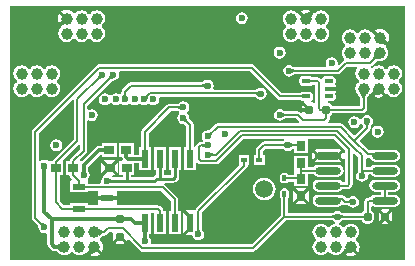
<source format=gbl>
G04*
G04 #@! TF.GenerationSoftware,Altium Limited,Altium Designer,20.1.8 (145)*
G04*
G04 Layer_Physical_Order=4*
G04 Layer_Color=16711680*
%FSTAX43Y43*%
%MOMM*%
G71*
G04*
G04 #@! TF.SameCoordinates,0B34B400-A00A-4FE9-84D7-845614CC9F3F*
G04*
G04*
G04 #@! TF.FilePolarity,Positive*
G04*
G01*
G75*
%ADD11C,0.250*%
%ADD12C,0.200*%
%ADD33R,0.800X0.850*%
%ADD34R,0.850X0.800*%
G04:AMPARAMS|DCode=35|XSize=0.75mm|YSize=0.6mm|CornerRadius=0.15mm|HoleSize=0mm|Usage=FLASHONLY|Rotation=0.000|XOffset=0mm|YOffset=0mm|HoleType=Round|Shape=RoundedRectangle|*
%AMROUNDEDRECTD35*
21,1,0.750,0.300,0,0,0.0*
21,1,0.450,0.600,0,0,0.0*
1,1,0.300,0.225,-0.150*
1,1,0.300,-0.225,-0.150*
1,1,0.300,-0.225,0.150*
1,1,0.300,0.225,0.150*
%
%ADD35ROUNDEDRECTD35*%
G04:AMPARAMS|DCode=36|XSize=0.75mm|YSize=0.6mm|CornerRadius=0.15mm|HoleSize=0mm|Usage=FLASHONLY|Rotation=90.000|XOffset=0mm|YOffset=0mm|HoleType=Round|Shape=RoundedRectangle|*
%AMROUNDEDRECTD36*
21,1,0.750,0.300,0,0,90.0*
21,1,0.450,0.600,0,0,90.0*
1,1,0.300,0.150,0.225*
1,1,0.300,0.150,-0.225*
1,1,0.300,-0.150,-0.225*
1,1,0.300,-0.150,0.225*
%
%ADD36ROUNDEDRECTD36*%
G04:AMPARAMS|DCode=43|XSize=0.4mm|YSize=0.48mm|CornerRadius=0.1mm|HoleSize=0mm|Usage=FLASHONLY|Rotation=180.000|XOffset=0mm|YOffset=0mm|HoleType=Round|Shape=RoundedRectangle|*
%AMROUNDEDRECTD43*
21,1,0.400,0.280,0,0,180.0*
21,1,0.200,0.480,0,0,180.0*
1,1,0.200,-0.100,0.140*
1,1,0.200,0.100,0.140*
1,1,0.200,0.100,-0.140*
1,1,0.200,-0.100,-0.140*
%
%ADD43ROUNDEDRECTD43*%
%ADD49C,0.300*%
%ADD50C,1.500*%
%ADD51C,1.000*%
%ADD52C,0.600*%
%ADD53R,1.100X0.600*%
%ADD54R,0.600X1.550*%
%ADD55R,0.500X0.400*%
G04:AMPARAMS|DCode=56|XSize=0.4mm|YSize=0.75mm|CornerRadius=0.1mm|HoleSize=0mm|Usage=FLASHONLY|Rotation=90.000|XOffset=0mm|YOffset=0mm|HoleType=Round|Shape=RoundedRectangle|*
%AMROUNDEDRECTD56*
21,1,0.400,0.550,0,0,90.0*
21,1,0.200,0.750,0,0,90.0*
1,1,0.200,0.275,0.100*
1,1,0.200,0.275,-0.100*
1,1,0.200,-0.275,-0.100*
1,1,0.200,-0.275,0.100*
%
%ADD56ROUNDEDRECTD56*%
%ADD57O,2.200X0.600*%
G36*
X0113253Y0090828D02*
X0079771D01*
Y0092569D01*
Y011231D01*
X0113253D01*
Y0090828D01*
D02*
G37*
%LPC*%
G36*
X0104842Y0111999D02*
X0104645Y0111973D01*
X0104462Y0111897D01*
X0104406Y0111855D01*
X0104932Y0111329D01*
X0104752Y0111149D01*
X0104191Y011171D01*
X0104093D01*
X0104071Y0111738D01*
X0103925Y011185D01*
X0103755Y0111921D01*
X0103572Y0111945D01*
X0103389Y0111921D01*
X0103219Y011185D01*
X0103073Y0111738D01*
X010296Y0111592D01*
X010289Y0111422D01*
X0102866Y0111239D01*
X010289Y0111056D01*
X010296Y0110886D01*
X0103073Y011074D01*
X0103147Y0110682D01*
Y0110525D01*
X0103073Y0110468D01*
X010296Y0110322D01*
X010289Y0110152D01*
X0102866Y0109969D01*
X010289Y0109786D01*
X010296Y0109616D01*
X0103073Y010947D01*
X0103219Y0109357D01*
X0103389Y0109287D01*
X0103572Y0109263D01*
X0103755Y0109287D01*
X0103925Y0109357D01*
X0104071Y010947D01*
X0104128Y0109544D01*
X0104285D01*
X0104343Y010947D01*
X0104489Y0109357D01*
X0104659Y0109287D01*
X0104842Y0109263D01*
X0105025Y0109287D01*
X0105195Y0109357D01*
X0105341Y010947D01*
X0105398Y0109544D01*
X0105555D01*
X0105613Y010947D01*
X0105759Y0109357D01*
X0105929Y0109287D01*
X0106112Y0109263D01*
X0106295Y0109287D01*
X0106465Y0109357D01*
X0106611Y010947D01*
X0106723Y0109616D01*
X0106794Y0109786D01*
X0106818Y0109969D01*
X0106794Y0110152D01*
X0106723Y0110322D01*
X0106611Y0110468D01*
X0106537Y0110525D01*
Y0110682D01*
X0106611Y011074D01*
X0106723Y0110886D01*
X0106794Y0111056D01*
X0106818Y0111239D01*
X0106794Y0111422D01*
X0106723Y0111592D01*
X0106611Y0111738D01*
X0106465Y011185D01*
X0106295Y0111921D01*
X0106112Y0111945D01*
X0105929Y0111921D01*
X0105759Y011185D01*
X0105613Y0111738D01*
X0105591Y011171D01*
X0105479D01*
X010545Y0111678D01*
X0105424Y0111642D01*
X0105401Y0111605D01*
X0105381Y0111564D01*
X0105365Y0111522D01*
X0105353Y0111477D01*
X0105344Y0111431D01*
X0105339Y0111381D01*
X0105338Y011133D01*
X010534Y0111276D01*
X0104814Y0111738D01*
X010487Y0111743D01*
X0104923Y011175D01*
X0104973Y011176D01*
X0105021Y0111773D01*
X0105067Y0111789D01*
X0105109Y0111807D01*
X0105149Y0111828D01*
X0105187Y0111852D01*
X0105222Y0111879D01*
X0105233Y0111889D01*
X0105222Y0111897D01*
X0105039Y0111973D01*
X0104842Y0111999D01*
D02*
G37*
G36*
X0084572D02*
X0084375Y0111973D01*
X0084192Y0111897D01*
X0084136Y0111855D01*
X0084662Y0111329D01*
X0084482Y0111149D01*
X0083956Y0111675D01*
X0083913Y0111619D01*
X0083837Y0111436D01*
X0083811Y0111239D01*
X0083837Y0111042D01*
X0083913Y0110859D01*
X0084034Y0110701D01*
X0084101Y011065D01*
Y011049D01*
X0084073Y0110468D01*
X008396Y0110322D01*
X008389Y0110152D01*
X0083866Y0109969D01*
X008389Y0109786D01*
X008396Y0109616D01*
X0084073Y010947D01*
X0084219Y0109357D01*
X0084389Y0109287D01*
X0084572Y0109263D01*
X0084755Y0109287D01*
X0084925Y0109357D01*
X0085071Y010947D01*
X0085128Y0109544D01*
X0085285D01*
X0085343Y010947D01*
X0085489Y0109357D01*
X0085659Y0109287D01*
X0085842Y0109263D01*
X0086025Y0109287D01*
X0086195Y0109357D01*
X0086341Y010947D01*
X0086398Y0109544D01*
X0086555D01*
X0086613Y010947D01*
X0086759Y0109357D01*
X0086929Y0109287D01*
X0087112Y0109263D01*
X0087295Y0109287D01*
X0087465Y0109357D01*
X0087611Y010947D01*
X0087723Y0109616D01*
X0087794Y0109786D01*
X0087818Y0109969D01*
X0087794Y0110152D01*
X0087723Y0110322D01*
X0087611Y0110468D01*
X0087537Y0110525D01*
Y0110682D01*
X0087611Y011074D01*
X0087723Y0110886D01*
X0087794Y0111056D01*
X0087818Y0111239D01*
X0087794Y0111422D01*
X0087723Y0111592D01*
X0087611Y0111738D01*
X0087465Y011185D01*
X0087295Y0111921D01*
X0087112Y0111945D01*
X0086929Y0111921D01*
X0086759Y011185D01*
X0086613Y0111738D01*
X0086555Y0111664D01*
X0086398D01*
X0086341Y0111738D01*
X0086195Y011185D01*
X0086025Y0111921D01*
X0085842Y0111945D01*
X0085659Y0111921D01*
X0085489Y011185D01*
X0085343Y0111738D01*
X0085321Y011171D01*
X0085161D01*
X008511Y0111777D01*
X0084952Y0111897D01*
X0084769Y0111973D01*
X0084572Y0111999D01*
D02*
G37*
G36*
X0099412Y0111784D02*
X0099217Y0111745D01*
X0099051Y0111634D01*
X0098941Y0111469D01*
X0098902Y0111274D01*
X0098941Y0111079D01*
X0099051Y0110913D01*
X0099217Y0110803D01*
X0099412Y0110764D01*
X0099607Y0110803D01*
X0099772Y0110913D01*
X0099883Y0111079D01*
X0099922Y0111274D01*
X0099883Y0111469D01*
X0099772Y0111634D01*
X0099607Y0111745D01*
X0099412Y0111784D01*
D02*
G37*
G36*
X0109842Y0110325D02*
X0109659Y0110301D01*
X0109489Y011023D01*
X0109343Y0110118D01*
X0109285Y0110044D01*
X0109128D01*
X0109071Y0110118D01*
X0108925Y011023D01*
X0108755Y0110301D01*
X0108572Y0110325D01*
X0108389Y0110301D01*
X0108219Y011023D01*
X0108073Y0110118D01*
X010796Y0109972D01*
X010789Y0109802D01*
X0107866Y0109619D01*
X010789Y0109436D01*
X010796Y0109266D01*
X0108073Y010912D01*
X0108147Y0109062D01*
Y0108905D01*
X0108073Y0108848D01*
X010796Y0108702D01*
X010789Y0108532D01*
X0107866Y0108349D01*
X010789Y0108166D01*
X010796Y0107996D01*
X0108052Y0107876D01*
X0108057Y0107851D01*
X0108049Y0107778D01*
X0108031Y0107722D01*
X0107976Y0107685D01*
X0107976Y0107685D01*
X0107624Y0107333D01*
X0107507Y0107396D01*
X0107522Y0107469D01*
X0107483Y0107664D01*
X0107372Y0107829D01*
X0107207Y010794D01*
X0107012Y0107979D01*
X0106817Y010794D01*
X0106651Y0107829D01*
X0106541Y0107664D01*
X0106502Y0107469D01*
X0106541Y0107274D01*
X0106566Y0107237D01*
X0106506Y0107125D01*
X0103852D01*
X0103843Y0107127D01*
X0103834Y0107129D01*
X0103825Y0107133D01*
X0103815Y0107138D01*
X0103805Y0107144D01*
X0103795Y0107151D01*
X0103787Y0107158D01*
X0103772Y0107179D01*
X0103607Y010729D01*
X0103412Y0107329D01*
X0103217Y010729D01*
X0103051Y0107179D01*
X0102941Y0107014D01*
X0102902Y0106819D01*
X0102941Y0106624D01*
X0103051Y0106458D01*
X0103217Y0106348D01*
X0103412Y0106309D01*
X0103607Y0106348D01*
X0103772Y0106458D01*
X0103787Y010648D01*
X0103795Y0106487D01*
X0103805Y0106494D01*
X0103815Y01065D01*
X0103825Y0106505D01*
X0103834Y0106508D01*
X0103843Y0106511D01*
X0103852Y0106513D01*
X0107542D01*
X0107542Y0106513D01*
X0107659Y0106536D01*
X0107758Y0106603D01*
X0108319Y0107163D01*
X0109127D01*
X0109185Y0107036D01*
X0109107Y0106934D01*
X0109036Y0106764D01*
X0109012Y0106581D01*
X0109036Y0106398D01*
X0109107Y0106228D01*
X0109219Y0106082D01*
X0109293Y0106025D01*
Y0105867D01*
X0109219Y010581D01*
X0109107Y0105664D01*
X0109036Y0105494D01*
X0109012Y0105311D01*
X0109036Y0105128D01*
X0109107Y0104958D01*
X0109219Y0104812D01*
X010923Y0104804D01*
X0109304Y0104724D01*
X0109334Y0104688D01*
X0109359Y0104653D01*
X0109379Y0104621D01*
X0109394Y0104593D01*
X0109404Y0104569D01*
X010941Y0104549D01*
X0109412Y0104537D01*
Y0103846D01*
X0107053D01*
X0107041Y0103901D01*
X0106964Y0104017D01*
X0106848Y0104094D01*
X0106712Y0104122D01*
X0106717Y0104247D01*
X0107037D01*
X0107154Y010427D01*
X0107253Y0104336D01*
X0107319Y0104435D01*
X0107343Y0104553D01*
Y0104753D01*
X0107319Y010487D01*
X0107275Y0104936D01*
X0107292Y0104947D01*
X010737Y0105064D01*
X0107398Y0105203D01*
Y0105403D01*
X010737Y0105541D01*
X0107292Y0105658D01*
X0107275Y0105669D01*
X0107319Y0105735D01*
X0107343Y0105853D01*
Y0106053D01*
X0107319Y010617D01*
X0107253Y0106269D01*
X0107154Y0106335D01*
X0107037Y0106358D01*
X0106487D01*
X010637Y0106335D01*
X0106271Y0106269D01*
X0106204Y010617D01*
X0106202Y0106158D01*
X0106064Y0106116D01*
X0106011Y0106169D01*
X0105912Y0106235D01*
X0105795Y0106258D01*
X0105795Y0106258D01*
X010536D01*
X0105353Y0106269D01*
X0105254Y0106335D01*
X0105137Y0106358D01*
X0104587D01*
X010447Y0106335D01*
X0104371Y0106269D01*
X0104304Y010617D01*
X0104281Y0106053D01*
Y0105853D01*
X0104304Y0105735D01*
X0104371Y0105636D01*
X010447Y010557D01*
X0104587Y0105547D01*
X0105137D01*
X0105254Y010557D01*
X0105353Y0105636D01*
X010536Y0105647D01*
X0105606D01*
Y0104128D01*
X0105566Y01041D01*
X0105479Y0104072D01*
X0105369Y0104145D01*
X0105299Y0104159D01*
X0105299Y010416D01*
X0105286Y0104291D01*
X0105353Y0104336D01*
X0105419Y0104435D01*
X0105443Y0104553D01*
Y0104753D01*
X0105419Y010487D01*
X0105353Y0104969D01*
X0105254Y0105035D01*
X0105137Y0105058D01*
X0104587D01*
X010447Y0105035D01*
X0104371Y0104969D01*
X0104364Y0104958D01*
X0102797D01*
X010047Y0107285D01*
X0100371Y0107351D01*
X0100254Y0107375D01*
X0100254Y0107375D01*
X0087328D01*
X0087328Y0107375D01*
X0087211Y0107351D01*
X0087112Y0107285D01*
X0081696Y0101869D01*
X0081629Y010177D01*
X0081606Y0101653D01*
X0081606Y0101653D01*
Y0094369D01*
X0081606Y0094369D01*
X0081629Y0094252D01*
X0081696Y0094153D01*
X0082159Y0093689D01*
X0082164Y0093681D01*
X0082169Y0093673D01*
X0082173Y0093664D01*
X0082176Y0093654D01*
X0082179Y0093642D01*
X0082181Y009363D01*
X0082182Y0093619D01*
X0082177Y0093594D01*
X0082216Y0093399D01*
X0082326Y0093233D01*
X0082492Y0093123D01*
X0082687Y0093084D01*
X0082822Y0093111D01*
X0082949Y0093027D01*
Y0092136D01*
X0082976Y0091999D01*
X0083054Y0091884D01*
X0083291Y0091646D01*
X0083407Y0091569D01*
X0083543Y0091542D01*
X0083652D01*
X0083666Y009154D01*
X0083692Y0091534D01*
X0083718Y0091526D01*
X0083744Y0091514D01*
X0083771Y00915D01*
X0083799Y0091482D01*
X0083828Y0091461D01*
X0083858Y0091435D01*
X0083884Y0091411D01*
X0083893Y00914D01*
X0084039Y0091287D01*
X0084209Y0091217D01*
X0084392Y0091193D01*
X0084575Y0091217D01*
X0084745Y0091287D01*
X0084891Y00914D01*
X0084948Y0091474D01*
X0085105D01*
X0085163Y00914D01*
X0085309Y0091287D01*
X0085479Y0091217D01*
X0085662Y0091193D01*
X0085845Y0091217D01*
X0086015Y0091287D01*
X0086161Y00914D01*
X0086183Y0091428D01*
X0086326D01*
X0086337Y0091439D01*
X0086363Y0091475D01*
X0086386Y0091513D01*
X0086405Y0091553D01*
X008642Y0091595D01*
X0086431Y0091639D01*
X0086438Y0091686D01*
X0086441Y0091734D01*
X008644Y0091785D01*
X0086436Y0091838D01*
X0086983Y0091401D01*
X0086927Y0091394D01*
X0086823Y0091373D01*
X0086775Y0091358D01*
X008673Y0091341D01*
X0086687Y0091322D01*
X0086647Y00913D01*
X008661Y0091275D01*
X0086575Y0091248D01*
X0086562Y0091236D01*
X0086735Y0091164D01*
X0086932Y0091138D01*
X0087129Y0091164D01*
X0087312Y009124D01*
X0087368Y0091283D01*
X0086842Y0091809D01*
X0087022Y0091989D01*
X0087548Y0091463D01*
X008759Y0091519D01*
X0087666Y0091702D01*
X0087692Y0091899D01*
X0087666Y0092096D01*
X008759Y0092279D01*
X008747Y0092437D01*
X0087403Y0092488D01*
Y0092648D01*
X0087431Y009267D01*
X0087439Y009268D01*
X0087519Y0092755D01*
X0087555Y0092784D01*
X008759Y009281D01*
X0087621Y0092829D01*
X008765Y0092844D01*
X0087674Y0092854D01*
X0087694Y0092861D01*
X0087706Y0092863D01*
X0087762D01*
X0087762Y0092863D01*
X0087879Y0092886D01*
X0087978Y0092953D01*
X0088188Y0093163D01*
X0088426D01*
X0088494Y0093036D01*
X0088467Y0092904D01*
Y0092604D01*
X0088499Y0092446D01*
X0088516Y009242D01*
X008894Y0092844D01*
X0089104Y0092679D01*
X0089269Y0092844D01*
X0089693Y009242D01*
X008971Y0092446D01*
X0089712Y0092456D01*
X008985Y0092498D01*
X0090745Y0091603D01*
X0090844Y0091537D01*
X0090961Y0091513D01*
X0090961Y0091513D01*
X0100362D01*
X0100362Y0091513D01*
X0100479Y0091537D01*
X0100579Y0091603D01*
X0103138Y0094163D01*
X0107062D01*
X010707Y0094161D01*
X0107077Y0094159D01*
X0107084Y0094156D01*
X0107091Y0094152D01*
X0107098Y0094147D01*
X0107106Y0094141D01*
X0107115Y0094132D01*
X010713Y0094116D01*
X010713Y0094116D01*
X0107151Y0094084D01*
X0107287Y0093993D01*
X0107271Y0093864D01*
X0107271Y0093863D01*
X0107179Y0093851D01*
X0107009Y009378D01*
X0106863Y0093668D01*
X0106805Y0093594D01*
X0106648D01*
X0106591Y0093668D01*
X0106445Y009378D01*
X0106275Y0093851D01*
X0106092Y0093875D01*
X0105909Y0093851D01*
X0105739Y009378D01*
X0105593Y0093668D01*
X010548Y0093522D01*
X010541Y0093352D01*
X0105386Y0093169D01*
X010541Y0092986D01*
X010548Y0092816D01*
X0105593Y009267D01*
X0105667Y0092612D01*
Y0092455D01*
X0105593Y0092398D01*
X010548Y0092252D01*
X010541Y0092082D01*
X0105386Y0091899D01*
X010541Y0091716D01*
X010548Y0091546D01*
X0105593Y00914D01*
X0105739Y0091287D01*
X0105909Y0091217D01*
X0106092Y0091193D01*
X0106275Y0091217D01*
X0106445Y0091287D01*
X0106591Y00914D01*
X0106648Y0091474D01*
X0106805D01*
X0106863Y00914D01*
X0107009Y0091287D01*
X0107179Y0091217D01*
X0107362Y0091193D01*
X0107545Y0091217D01*
X0107715Y0091287D01*
X0107861Y00914D01*
X0107883Y0091428D01*
X0108014D01*
X010796Y0091491D01*
X0107989Y0091523D01*
X0108016Y0091558D01*
X010804Y0091595D01*
X0108062Y0091635D01*
X0108081Y0091678D01*
X0108096Y0091723D01*
X010811Y0091771D01*
X010812Y0091822D01*
X0108128Y0091875D01*
X0108133Y009193D01*
X010859Y0091401D01*
X0108537Y0091403D01*
X0108485Y0091402D01*
X0108436Y0091398D01*
X0108389Y0091389D01*
X0108345Y0091377D01*
X0108302Y0091362D01*
X0108262Y0091342D01*
X0108225Y0091319D01*
X0108189Y0091293D01*
X0108186Y009129D01*
X0108252Y009124D01*
X0108435Y0091164D01*
X0108632Y0091138D01*
X0108829Y0091164D01*
X0109012Y009124D01*
X0109068Y0091283D01*
X0108542Y0091809D01*
X0108722Y0091989D01*
X0109248Y0091463D01*
X010929Y0091519D01*
X0109366Y0091702D01*
X0109392Y0091899D01*
X0109366Y0092096D01*
X010929Y0092279D01*
X010917Y0092437D01*
X0109103Y0092488D01*
Y0092648D01*
X0109131Y009267D01*
X0109243Y0092816D01*
X0109314Y0092986D01*
X0109338Y0093169D01*
X0109314Y0093352D01*
X0109243Y0093522D01*
X0109131Y0093668D01*
X0108985Y009378D01*
X0108815Y0093851D01*
X0108632Y0093875D01*
X0108449Y0093851D01*
X0108279Y009378D01*
X0108133Y0093668D01*
X0108075Y0093594D01*
X0107918D01*
X0107861Y0093668D01*
X0107715Y009378D01*
X0107608Y0093824D01*
X0107621Y0093956D01*
X0107707Y0093974D01*
X0107872Y0094084D01*
X0107894Y0094116D01*
X0107894Y0094116D01*
X0107909Y0094132D01*
X0107917Y0094141D01*
X0107925Y0094147D01*
X0107933Y0094152D01*
X010794Y0094156D01*
X0107947Y0094159D01*
X0107954Y0094161D01*
X0107961Y0094163D01*
X0109571D01*
X0109582Y0094107D01*
X0109659Y0093991D01*
X0109775Y0093914D01*
X0109912Y0093887D01*
X0110212D01*
X0110348Y0093914D01*
X0110464Y0093991D01*
X0110541Y0094107D01*
X0110569Y0094244D01*
Y0094694D01*
X0110541Y009483D01*
X0110464Y0094946D01*
X0110368Y0095011D01*
Y0095318D01*
X011048Y0095378D01*
X0110517Y0095353D01*
X0110712Y0095314D01*
X0112312D01*
X0112507Y0095353D01*
X0112672Y0095463D01*
X0112783Y0095629D01*
X0112822Y0095824D01*
X0112783Y0096019D01*
X0112672Y0096184D01*
X0112507Y0096295D01*
X0112312Y0096334D01*
X0111818D01*
Y0096584D01*
X0112312D01*
X0112507Y0096623D01*
X0112672Y0096733D01*
X0112783Y0096899D01*
X0112822Y0097094D01*
X0112783Y0097289D01*
X0112672Y0097454D01*
X0112507Y0097565D01*
X0112312Y0097604D01*
X0110712D01*
X0110517Y0097565D01*
X0110351Y0097454D01*
X0110241Y0097289D01*
X0110202Y0097094D01*
X0110241Y0096899D01*
X0110351Y0096733D01*
X0110517Y0096623D01*
X0110712Y0096584D01*
X0111206D01*
Y0096334D01*
X0110712D01*
X0110517Y0096295D01*
X0110351Y0096184D01*
X0110295Y00961D01*
X0110179D01*
X0110179Y00961D01*
X0110062Y0096076D01*
X0109963Y009601D01*
X0109963Y009601D01*
X0109846Y0095893D01*
X0109779Y0095794D01*
X0109756Y0095677D01*
X0109756Y0095677D01*
Y0095011D01*
X0109659Y0094946D01*
X0109582Y009483D01*
X0109571Y0094775D01*
X0107941D01*
X010793Y0094777D01*
X0107918Y009478D01*
X0107907Y0094784D01*
X0107895Y0094789D01*
X0107883Y0094796D01*
X0107875Y00948D01*
X0107872Y0094805D01*
X0107842Y0094825D01*
X0107837Y0094829D01*
X0107832Y0094832D01*
X0107707Y0094916D01*
X0107512Y0094954D01*
X0107317Y0094916D01*
X0107192Y0094832D01*
X0107186Y0094829D01*
X0107181Y0094825D01*
X0107151Y0094805D01*
X0107148Y00948D01*
X0107141Y0094796D01*
X0107128Y0094789D01*
X0107117Y0094784D01*
X0107105Y009478D01*
X0107094Y0094777D01*
X0107083Y0094775D01*
X0103318D01*
Y0096046D01*
X0103328Y0096053D01*
X0103394Y0096152D01*
X0103418Y0096269D01*
Y0096549D01*
X0103394Y0096666D01*
X0103328Y0096765D01*
X0103229Y0096831D01*
X0103112Y0096855D01*
X0102912D01*
X0102795Y0096831D01*
X0102696Y0096765D01*
X0102629Y0096666D01*
X0102606Y0096549D01*
Y0096269D01*
X0102629Y0096152D01*
X0102696Y0096053D01*
X0102706Y0096046D01*
Y0094595D01*
X0100236Y0092125D01*
X0091787D01*
X0091693Y0092252D01*
X0091717Y0092369D01*
X0091678Y0092564D01*
X0091567Y0092729D01*
X0091567Y0092729D01*
X0091567Y0092732D01*
X0091565Y0092743D01*
X0091564Y0092756D01*
Y0092994D01*
X0091707D01*
Y0094813D01*
X0091977D01*
Y0092994D01*
X0092977D01*
Y0094944D01*
X0092783D01*
X0092759Y0095061D01*
X0092693Y009516D01*
X0092518Y0095335D01*
X0092419Y0095401D01*
X0092302Y0095425D01*
X0092302Y0095425D01*
X0088905D01*
X0088816Y0095515D01*
X0088816Y0095552D01*
X0088816Y0096623D01*
X0088937Y0096638D01*
X0092587D01*
X0093406Y0095819D01*
Y0094944D01*
X0093247D01*
Y0092994D01*
X0094247D01*
Y0094944D01*
X0094018D01*
Y0095946D01*
X0093994Y0096063D01*
X0093928Y0096162D01*
X0093928Y0096162D01*
X009293Y009716D01*
X0092855Y009721D01*
X0092873Y009733D01*
X0092876Y0097337D01*
X00936D01*
X0093727Y0097363D01*
X0093835Y0097434D01*
X0093981Y0097581D01*
X0094053Y0097688D01*
X0094078Y0097815D01*
Y0098394D01*
X0094247D01*
Y0100344D01*
X0093247D01*
Y0098394D01*
X0093415D01*
Y0098D01*
X0092808D01*
Y0098394D01*
X0092977D01*
Y0100344D01*
X0091977D01*
Y0098394D01*
X0092145D01*
Y0098069D01*
X0092145Y0098069D01*
X0092085Y0098D01*
X0091977Y0097928D01*
X009185Y00978D01*
X0089986D01*
Y0098019D01*
X009028D01*
Y0099012D01*
X0090707D01*
Y0098394D01*
X0091707D01*
Y0100344D01*
X0091513D01*
Y0101542D01*
X0093375Y0103405D01*
X0094013D01*
X0094022Y0103403D01*
X0094032Y01034D01*
X0094041Y0103397D01*
X009405Y0103392D01*
X009406Y0103386D01*
X0094071Y0103379D01*
X0094079Y0103372D01*
X0094093Y010335D01*
X0094126Y0103329D01*
Y0103202D01*
X0094093Y010318D01*
X0093983Y0103015D01*
X0093944Y010282D01*
X0093983Y0102624D01*
X0094093Y0102459D01*
X0094259Y0102349D01*
X0094454Y010231D01*
X0094479Y0102315D01*
X009449Y0102314D01*
X0094502Y0102312D01*
X0094514Y0102309D01*
X0094524Y0102305D01*
X0094533Y0102302D01*
X0094541Y0102297D01*
X0094549Y0102292D01*
X0094711Y010213D01*
Y0100344D01*
X0094517D01*
Y0098394D01*
X0095517D01*
Y0098994D01*
X0095644Y0099046D01*
X0095713Y0098978D01*
X0095713Y0098978D01*
X0095812Y0098911D01*
X0095929Y0098888D01*
X0095929Y0098888D01*
X0097242D01*
X0097242Y0098888D01*
X0097359Y0098911D01*
X0097458Y0098978D01*
X0099532Y0101051D01*
X0102966D01*
X0103005Y0100924D01*
X0102966Y0100898D01*
X0102952Y0100877D01*
X0102944Y010087D01*
X0102933Y0100862D01*
X0102924Y0100856D01*
X0102914Y0100852D01*
X0102905Y0100848D01*
X0102896Y0100845D01*
X0102886Y0100843D01*
X0101296D01*
X0101296Y0100843D01*
X0101179Y010082D01*
X010108Y0100754D01*
X010108Y0100754D01*
X0100669Y0100343D01*
X0100603Y0100243D01*
X0100579Y0100126D01*
X0100579Y0100126D01*
Y0099669D01*
X0100435D01*
Y0098869D01*
X0101335D01*
Y0099669D01*
X0101191D01*
Y01D01*
X0101423Y0100232D01*
X0102886D01*
X0102896Y010023D01*
X0102905Y0100227D01*
X0102914Y0100223D01*
X0102924Y0100219D01*
X0102933Y0100213D01*
X0102944Y0100205D01*
X0102952Y0100199D01*
X0102966Y0100177D01*
X0103132Y0100067D01*
X0103327Y0100028D01*
X0103522Y0100067D01*
X0103685Y0100175D01*
X0103756Y0100162D01*
X0103784Y0100156D01*
X0103785Y0100155D01*
X0103794Y0100147D01*
X01038Y0100141D01*
X0103804Y0100136D01*
X0103806Y0100132D01*
X0103812Y010012D01*
Y0099819D01*
X0105012D01*
Y0101051D01*
X0107197D01*
X0108176Y0100072D01*
Y0099786D01*
X0108049Y0099773D01*
X0108034Y009985D01*
X0107983Y0099926D01*
X0107691Y0099634D01*
X0107983Y0099342D01*
X0108034Y0099418D01*
X0108049Y0099494D01*
X0108176Y0099482D01*
Y00974D01*
X0107909D01*
X0107872Y0097454D01*
X0107707Y0097565D01*
X0107512Y0097604D01*
X0105912D01*
X0105717Y0097565D01*
X0105551Y0097454D01*
X0105441Y0097289D01*
X0105402Y0097094D01*
X0105441Y0096899D01*
X0105551Y0096733D01*
X0105717Y0096623D01*
X0105912Y0096584D01*
X0107512D01*
X0107707Y0096623D01*
X0107872Y0096733D01*
X0107909Y0096788D01*
X0108365D01*
X0108365Y0096788D01*
X0108482Y0096811D01*
X0108581Y0096878D01*
X0108698Y0096995D01*
X0108698Y0096995D01*
X0108764Y0097094D01*
X0108788Y0097211D01*
X0108788Y0097211D01*
Y0099834D01*
X0108915Y0099887D01*
X0109281Y0099521D01*
Y0098328D01*
X010928Y0098318D01*
X0109279Y0098314D01*
X0109226Y0098279D01*
X0109116Y0098114D01*
X0109077Y0097919D01*
X0109116Y0097724D01*
X0109226Y0097558D01*
X0109392Y0097448D01*
X0109587Y0097409D01*
X0109782Y0097448D01*
X0109947Y0097558D01*
X0110058Y0097724D01*
X0110097Y0097919D01*
X0110088Y009796D01*
X0110169Y0098058D01*
X0110315D01*
X0110351Y0098003D01*
X0110517Y0097893D01*
X0110712Y0097854D01*
X0112312D01*
X0112507Y0097893D01*
X0112672Y0098003D01*
X0112783Y0098169D01*
X0112822Y0098364D01*
X0112783Y0098559D01*
X0112672Y0098724D01*
X0112507Y0098835D01*
X0112312Y0098874D01*
X0110712D01*
X0110517Y0098835D01*
X0110351Y0098724D01*
X0110315Y009867D01*
X0109893D01*
Y0099385D01*
X011002Y0099476D01*
X0110062Y0099468D01*
X0110235D01*
X0110241Y0099439D01*
X0110351Y0099273D01*
X0110517Y0099163D01*
X0110712Y0099124D01*
X0112312D01*
X0112507Y0099163D01*
X0112672Y0099273D01*
X0112783Y0099439D01*
X0112822Y0099634D01*
X0112783Y0099829D01*
X0112672Y0099994D01*
X0112507Y0100105D01*
X0112312Y0100144D01*
X0110712D01*
X0110517Y0100105D01*
X0110479Y010008D01*
X0110188D01*
X0109369Y0100899D01*
X0110228Y0101758D01*
X0110228Y0101758D01*
X0110294Y0101857D01*
X0110318Y0101974D01*
X0110318Y0101974D01*
Y0102128D01*
X011032Y0102138D01*
X0110322Y0102147D01*
X0110326Y0102156D01*
X0110331Y0102165D01*
X0110337Y0102175D01*
X0110344Y0102186D01*
X0110351Y0102194D01*
X0110372Y0102208D01*
X0110483Y0102374D01*
X0110522Y0102569D01*
X0110483Y0102764D01*
X0110372Y0102929D01*
X0110207Y010304D01*
X0110012Y0103079D01*
X0109817Y010304D01*
X0109651Y0102929D01*
X0109541Y0102764D01*
X0109527Y0102696D01*
X0109472Y0102681D01*
X0109395Y0102683D01*
X0109297Y0102829D01*
X0109132Y010294D01*
X0108937Y0102979D01*
X0108742Y010294D01*
X0108576Y0102829D01*
X0108466Y0102664D01*
X0108427Y0102469D01*
X0108466Y0102274D01*
X0108576Y0102108D01*
X0108742Y0101998D01*
X0108937Y0101959D01*
X0109132Y0101998D01*
X0109297Y0102108D01*
X0109408Y0102274D01*
X0109421Y0102341D01*
X0109477Y0102356D01*
X0109553Y0102355D01*
X0109651Y0102208D01*
X0109655Y0102206D01*
X0109679Y0102073D01*
X0108937Y0101331D01*
X0107983Y0102285D01*
X0107884Y0102351D01*
X0107767Y0102375D01*
X0107767Y0102375D01*
X0106729D01*
X0106677Y0102502D01*
X0106778Y0102603D01*
X0106778Y0102603D01*
X0106844Y0102702D01*
X0106868Y010282D01*
X0106868Y010282D01*
Y0102998D01*
X0106964Y0103062D01*
X0107041Y0103178D01*
X0107053Y0103234D01*
X0109601D01*
X0109601Y0103234D01*
X0109718Y0103257D01*
X0109817Y0103324D01*
X0109934Y0103441D01*
X0109934Y0103441D01*
X0110001Y010354D01*
X0110024Y0103657D01*
X0110024Y0103657D01*
Y0104537D01*
X0110026Y0104549D01*
X0110032Y0104569D01*
X0110043Y0104593D01*
X0110057Y0104621D01*
X0110077Y0104653D01*
X0110101Y0104686D01*
X0110171Y0104768D01*
X0110205Y0104802D01*
X0110217Y0104812D01*
X0110239Y010484D01*
X0110349D01*
X0110347Y0104842D01*
X0110377Y0104876D01*
X0110404Y0104911D01*
X0110427Y0104949D01*
X0110447Y0104989D01*
X0110463Y0105032D01*
X0110475Y0105076D01*
X0110484Y0105123D01*
X0110489Y0105173D01*
X0110491Y0105224D01*
X0110489Y0105278D01*
X0111011Y0104812D01*
X0110956Y0104808D01*
X0110903Y0104801D01*
X0110852Y0104791D01*
X0110804Y0104778D01*
X0110759Y0104763D01*
X0110717Y0104745D01*
X0110676Y0104723D01*
X0110639Y0104699D01*
X0110604Y0104672D01*
X0110594Y0104663D01*
X0110608Y0104652D01*
X0110791Y0104576D01*
X0110988Y0104551D01*
X0111185Y0104576D01*
X0111368Y0104652D01*
X0111424Y0104695D01*
X0110898Y0105221D01*
X0111078Y0105401D01*
X0111639Y010484D01*
X0111737D01*
X0111759Y0104812D01*
X0111905Y01047D01*
X0112075Y0104629D01*
X0112258Y0104605D01*
X0112441Y0104629D01*
X0112611Y01047D01*
X0112757Y0104812D01*
X011287Y0104958D01*
X011294Y0105128D01*
X0112964Y0105311D01*
X011294Y0105494D01*
X011287Y0105664D01*
X0112757Y010581D01*
X0112683Y0105867D01*
Y0106025D01*
X0112757Y0106082D01*
X011287Y0106228D01*
X011294Y0106398D01*
X0112964Y0106581D01*
X011294Y0106764D01*
X011287Y0106934D01*
X0112757Y010708D01*
X0112611Y0107193D01*
X0112441Y0107263D01*
X0112258Y0107287D01*
X0112075Y0107263D01*
X0111905Y0107193D01*
X0111759Y010708D01*
X0111702Y0107006D01*
X0111544D01*
X0111487Y010708D01*
X0111341Y0107193D01*
X0111171Y0107263D01*
X0110988Y0107287D01*
X0110805Y0107263D01*
X0110635Y0107193D01*
X0110489Y010708D01*
X0110477Y0107065D01*
X0110336Y0107066D01*
X0110339Y0107092D01*
X011038Y0107207D01*
X0110448Y0107253D01*
X0110781Y0107585D01*
X0110791Y0107592D01*
X0110809Y0107602D01*
X0110834Y0107612D01*
X0110864Y0107621D01*
X0110901Y010763D01*
X011094Y0107636D01*
X0111048Y0107644D01*
X0111096Y0107645D01*
X0111112Y0107643D01*
X0111295Y0107667D01*
X0111465Y0107737D01*
X0111611Y010785D01*
X0111723Y0107996D01*
X0111794Y0108166D01*
X0111818Y0108349D01*
X0111794Y0108532D01*
X0111723Y0108702D01*
X0111611Y0108848D01*
X0111583Y010887D01*
Y0108968D01*
X0111571Y010898D01*
X0111555Y0108963D01*
X0111521Y0108995D01*
X0111485Y0109023D01*
X0111447Y0109048D01*
X0111407Y0109069D01*
X0111366Y0109086D01*
X0111323Y01091D01*
X0111278Y010911D01*
X0111232Y0109117D01*
X0111184Y010912D01*
X0111134Y0109119D01*
X0111283Y0109268D01*
X0111022Y0109529D01*
X0110461Y011009D01*
X0110363D01*
X0110341Y0110118D01*
X0110195Y011023D01*
X0110025Y0110301D01*
X0109842Y0110325D01*
D02*
G37*
G36*
X0111112Y0110379D02*
X0110915Y0110353D01*
X0110732Y0110277D01*
X0110676Y0110235D01*
X0111202Y0109709D01*
X0111462Y0109448D01*
X0111611Y0109597D01*
X0111611Y0109547D01*
X0111614Y0109499D01*
X0111621Y0109452D01*
X0111631Y0109407D01*
X0111645Y0109364D01*
X0111662Y0109323D01*
X0111683Y0109284D01*
X0111708Y0109246D01*
X0111736Y010921D01*
X0111743Y0109202D01*
X011177Y0109239D01*
X0111846Y0109422D01*
X0111872Y0109619D01*
X0111846Y0109816D01*
X011177Y0109999D01*
X011165Y0110157D01*
X0111492Y0110277D01*
X0111309Y0110353D01*
X0111112Y0110379D01*
D02*
G37*
G36*
X0102612Y0108859D02*
X0102417Y010882D01*
X0102251Y0108709D01*
X0102141Y0108544D01*
X0102102Y0108349D01*
X0102141Y0108154D01*
X0102251Y0107988D01*
X0102417Y0107878D01*
X0102612Y0107839D01*
X0102807Y0107878D01*
X0102972Y0107988D01*
X0103083Y0108154D01*
X0103122Y0108349D01*
X0103083Y0108544D01*
X0102972Y0108709D01*
X0102807Y010882D01*
X0102612Y0108859D01*
D02*
G37*
G36*
X0083306Y0107287D02*
X0083123Y0107263D01*
X0082953Y0107193D01*
X0082807Y010708D01*
X008275Y0107006D01*
X0082592D01*
X0082535Y010708D01*
X0082389Y0107193D01*
X0082219Y0107263D01*
X0082036Y0107287D01*
X0081853Y0107263D01*
X0081683Y0107193D01*
X0081537Y010708D01*
X008148Y0107006D01*
X0081322D01*
X0081265Y010708D01*
X0081119Y0107193D01*
X0080949Y0107263D01*
X0080766Y0107287D01*
X0080583Y0107263D01*
X0080413Y0107193D01*
X0080267Y010708D01*
X0080155Y0106934D01*
X0080084Y0106764D01*
X008006Y0106581D01*
X0080084Y0106398D01*
X0080155Y0106228D01*
X0080267Y0106082D01*
X0080341Y0106025D01*
Y0105867D01*
X0080267Y010581D01*
X0080155Y0105664D01*
X0080084Y0105494D01*
X008006Y0105311D01*
X0080084Y0105128D01*
X0080155Y0104958D01*
X0080267Y0104812D01*
X0080413Y01047D01*
X0080583Y0104629D01*
X0080766Y0104605D01*
X0080949Y0104629D01*
X0081119Y01047D01*
X0081265Y0104812D01*
X0081322Y0104886D01*
X008148D01*
X0081537Y0104812D01*
X0081683Y01047D01*
X0081853Y0104629D01*
X0082036Y0104605D01*
X0082219Y0104629D01*
X0082389Y01047D01*
X0082535Y0104812D01*
X0082592Y0104886D01*
X008275D01*
X0082807Y0104812D01*
X0082953Y01047D01*
X0083123Y0104629D01*
X0083306Y0104605D01*
X0083489Y0104629D01*
X0083659Y01047D01*
X0083805Y0104812D01*
X0083918Y0104958D01*
X0083988Y0105128D01*
X0084012Y0105311D01*
X0083988Y0105494D01*
X0083918Y0105664D01*
X0083805Y010581D01*
X0083731Y0105867D01*
Y0106025D01*
X0083805Y0106082D01*
X0083918Y0106228D01*
X0083988Y0106398D01*
X0084012Y0106581D01*
X0083988Y0106764D01*
X0083918Y0106934D01*
X0083805Y010708D01*
X0083659Y0107193D01*
X0083489Y0107263D01*
X0083306Y0107287D01*
D02*
G37*
G36*
X0110912Y0102179D02*
X0110717Y010214D01*
X0110551Y0102029D01*
X0110441Y0101864D01*
X0110402Y0101669D01*
X0110441Y0101474D01*
X0110551Y0101308D01*
X0110717Y0101198D01*
X0110912Y0101159D01*
X0111107Y0101198D01*
X0111272Y0101308D01*
X0111383Y0101474D01*
X0111422Y0101669D01*
X0111383Y0101864D01*
X0111272Y0102029D01*
X0111107Y010214D01*
X0110912Y0102179D01*
D02*
G37*
G36*
X010544Y0099926D02*
X010539Y009985D01*
X0105347Y0099634D01*
X010539Y0099418D01*
X010544Y0099342D01*
X0105732Y0099634D01*
X010544Y0099926D01*
D02*
G37*
G36*
X0107512Y0100199D02*
X0105912D01*
X0105696Y0100156D01*
X010562Y0100105D01*
X0106002Y0099724D01*
X0105912Y0099634D01*
X0106002Y0099544D01*
X010562Y0099162D01*
X0105696Y0099112D01*
X0105912Y0099069D01*
X0107512D01*
X0107728Y0099112D01*
X0107804Y0099162D01*
X0107422Y0099544D01*
X0107512Y0099634D01*
X0107422Y0099724D01*
X0107804Y0100105D01*
X0107728Y0100156D01*
X0107512Y0100199D01*
D02*
G37*
G36*
X0100035Y0099669D02*
X0099135D01*
Y0098869D01*
X0099135D01*
X0099162Y0098802D01*
X0095496Y0095135D01*
X0095429Y0095036D01*
X0095422Y0094998D01*
X0094642D01*
X0095107Y0094534D01*
X0094927Y0094354D01*
X0094463Y0094818D01*
Y0093119D01*
X0094927Y0093584D01*
X0095107Y0093404D01*
X0094642Y009294D01*
X0095208D01*
X0095241Y0092774D01*
X0095351Y0092608D01*
X0095517Y0092498D01*
X0095712Y0092459D01*
X0095907Y0092498D01*
X0096072Y0092608D01*
X0096183Y0092774D01*
X0096222Y0092969D01*
X0096183Y0093164D01*
X0096072Y0093329D01*
X0096051Y0093344D01*
X0096044Y0093352D01*
X0096037Y0093362D01*
X0096031Y0093372D01*
X0096026Y0093382D01*
X0096022Y0093391D01*
X009602Y00934D01*
X0096018Y0093409D01*
Y0094792D01*
X0099801Y0098576D01*
X0099801Y0098576D01*
X0099868Y0098675D01*
X0099891Y0098792D01*
Y0098869D01*
X0100035D01*
Y0099669D01*
D02*
G37*
G36*
X0105012Y0099619D02*
X0103812D01*
Y0098369D01*
X0103812D01*
Y0098319D01*
X0103812D01*
Y0098035D01*
X0103362D01*
X0103328Y0098085D01*
X0103229Y0098151D01*
X0103112Y0098175D01*
X0102912D01*
X0102795Y0098151D01*
X0102696Y0098085D01*
X0102629Y0097986D01*
X0102606Y0097869D01*
Y0097589D01*
X0102629Y0097472D01*
X0102696Y0097373D01*
X0102795Y0097306D01*
X0102912Y0097283D01*
X0103112D01*
X0103229Y0097306D01*
X0103328Y0097373D01*
X0103362Y0097423D01*
X0103812D01*
Y0097069D01*
X0105012D01*
Y0098063D01*
X0105511D01*
X0105551Y0098003D01*
X0105717Y0097893D01*
X0105912Y0097854D01*
X0107512D01*
X0107707Y0097893D01*
X0107872Y0098003D01*
X0107983Y0098169D01*
X0108022Y0098364D01*
X0107983Y0098559D01*
X0107872Y0098724D01*
X0107707Y0098835D01*
X0107512Y0098874D01*
X0105912D01*
X0105717Y0098835D01*
X0105551Y0098724D01*
X0105518Y0098675D01*
X0105012D01*
Y0099619D01*
D02*
G37*
G36*
X0104886Y0096923D02*
X0103937D01*
X0104412Y0096448D01*
X0104886Y0096923D01*
D02*
G37*
G36*
X0104412Y0096269D02*
X0104387Y0096244D01*
X0104412Y0096219D01*
X0104437Y0096244D01*
X0104412Y0096269D01*
D02*
G37*
G36*
X0101312Y0097777D02*
X0101064Y0097744D01*
X0100833Y0097649D01*
X0100634Y0097496D01*
X0100482Y0097298D01*
X0100386Y0097067D01*
X0100354Y0096819D01*
X0100386Y0096571D01*
X0100482Y009634D01*
X0100634Y0096141D01*
X0100833Y0095989D01*
X0101064Y0095893D01*
X0101312Y0095861D01*
X010156Y0095893D01*
X0101791Y0095989D01*
X0101989Y0096141D01*
X0102142Y009634D01*
X0102237Y0096571D01*
X010227Y0096819D01*
X0102237Y0097067D01*
X0102142Y0097298D01*
X0101989Y0097496D01*
X0101791Y0097649D01*
X010156Y0097744D01*
X0101312Y0097777D01*
D02*
G37*
G36*
X0103758Y0096743D02*
Y0095744D01*
X0104257Y0096244D01*
X0103758Y0096743D01*
D02*
G37*
G36*
X0105066Y0096743D02*
X0104566Y0096244D01*
X0105066Y0095744D01*
Y0096743D01*
D02*
G37*
G36*
X0104412Y0096039D02*
X0103937Y0095565D01*
X0104886D01*
X0104412Y0096039D01*
D02*
G37*
G36*
X0107512Y0096334D02*
X0105912D01*
X0105717Y0096295D01*
X0105551Y0096184D01*
X0105441Y0096019D01*
X0105402Y0095824D01*
X0105441Y0095629D01*
X0105551Y0095463D01*
X0105717Y0095353D01*
X0105912Y0095314D01*
X0107512D01*
X0107707Y0095353D01*
X0107872Y0095463D01*
X0107897Y00955D01*
X0107944Y0095505D01*
X0108043Y0095439D01*
X010816Y0095415D01*
X0108396D01*
X0108406Y0095413D01*
X0108415Y0095411D01*
X0108424Y0095407D01*
X0108433Y0095402D01*
X0108443Y0095396D01*
X0108454Y0095389D01*
X0108462Y0095382D01*
X0108476Y0095361D01*
X0108642Y009525D01*
X0108837Y0095211D01*
X0109032Y009525D01*
X0109197Y0095361D01*
X0109308Y0095526D01*
X0109347Y0095721D01*
X0109308Y0095916D01*
X0109197Y0096082D01*
X0109032Y0096192D01*
X0108837Y0096231D01*
X0108642Y0096192D01*
X0108476Y0096082D01*
X0108462Y009606D01*
X0108454Y0096053D01*
X0108443Y0096046D01*
X0108433Y009604D01*
X0108424Y0096035D01*
X0108415Y0096032D01*
X0108406Y0096029D01*
X0108396Y0096027D01*
X0108287D01*
X0108134Y009618D01*
X0108035Y0096246D01*
X0107918Y009627D01*
X0107918Y009627D01*
X0107744D01*
X0107707Y0096295D01*
X0107512Y0096334D01*
D02*
G37*
G36*
X0111712Y0095106D02*
X0111412D01*
X0111254Y0095074D01*
X0111228Y0095057D01*
X0111562Y0094723D01*
X0111895Y0095057D01*
X0111869Y0095074D01*
X0111712Y0095106D01*
D02*
G37*
G36*
X0111562Y0094544D02*
X0111487Y0094469D01*
X0111562Y0094394D01*
X0111637Y0094469D01*
X0111562Y0094544D01*
D02*
G37*
G36*
X0112075Y0094877D02*
X0111666Y0094469D01*
X0112075Y009406D01*
X0112092Y0094086D01*
X0112124Y0094244D01*
Y0094694D01*
X0112092Y0094851D01*
X0112075Y0094877D01*
D02*
G37*
G36*
X0111049Y0094877D02*
X0111031Y0094851D01*
X0111Y0094694D01*
Y0094244D01*
X0111031Y0094086D01*
X0111049Y009406D01*
X0111457Y0094469D01*
X0111049Y0094877D01*
D02*
G37*
G36*
X0111562Y0094214D02*
X0111228Y0093881D01*
X0111254Y0093863D01*
X0111412Y0093832D01*
X0111712D01*
X0111869Y0093863D01*
X0111895Y0093881D01*
X0111562Y0094214D01*
D02*
G37*
G36*
X0089104Y0092649D02*
X0088696Y0092241D01*
X0088722Y0092223D01*
X0088879Y0092192D01*
X0089329D01*
X0089487Y0092223D01*
X0089513Y0092241D01*
X0089104Y0092649D01*
D02*
G37*
%LPD*%
G36*
X0084432Y0110759D02*
X0084411Y0110763D01*
X008439Y0110763D01*
X0084367Y011076D01*
X0084344Y0110753D01*
X0084319Y0110742D01*
X0084293Y0110728D01*
X0084266Y011071D01*
X0084238Y0110688D01*
X0084209Y0110662D01*
X0084179Y0110633D01*
X0083966Y0110846D01*
X0083995Y0110876D01*
X0084043Y0110933D01*
X0084061Y011096D01*
X0084075Y0110986D01*
X0084086Y0111011D01*
X0084093Y0111034D01*
X0084096Y0111057D01*
X0084096Y0111078D01*
X0084092Y0111099D01*
X0084432Y0110759D01*
D02*
G37*
G36*
X0111107Y0107849D02*
X0111039Y0107848D01*
X0110916Y0107839D01*
X0110862Y010783D01*
X0110811Y0107818D01*
X0110765Y0107804D01*
X0110723Y0107787D01*
X0110686Y0107767D01*
X0110653Y0107745D01*
X0110624Y010772D01*
X0110483Y0107861D01*
X0110508Y010789D01*
X011053Y0107923D01*
X011055Y010796D01*
X0110567Y0108002D01*
X0110581Y0108048D01*
X0110593Y0108099D01*
X0110602Y0108153D01*
X0110608Y0108212D01*
X0110612Y0108344D01*
X0111107Y0107849D01*
D02*
G37*
G36*
X0103648Y0107008D02*
X010367Y0106989D01*
X0103694Y0106973D01*
X0103718Y0106958D01*
X0103742Y0106946D01*
X0103767Y0106936D01*
X0103793Y0106929D01*
X010382Y0106923D01*
X0103847Y010692D01*
X0103875Y0106919D01*
Y0106719D01*
X0103847Y0106718D01*
X010382Y0106714D01*
X0103793Y0106709D01*
X0103767Y0106701D01*
X0103742Y0106691D01*
X0103718Y0106679D01*
X0103694Y0106665D01*
X010367Y0106648D01*
X0103648Y010663D01*
X0103626Y0106609D01*
Y0107029D01*
X0103648Y0107008D01*
D02*
G37*
G36*
X0088509Y0106169D02*
X0088479Y0106168D01*
X0088449Y0106165D01*
X0088421Y0106161D01*
X0088394Y0106154D01*
X0088368Y0106145D01*
X0088344Y0106134D01*
X008832Y0106121D01*
X0088297Y0106107D01*
X0088276Y010609D01*
X0088255Y0106071D01*
X0088114Y0106212D01*
X0088133Y0106233D01*
X008815Y0106254D01*
X0088164Y0106277D01*
X0088177Y0106301D01*
X0088188Y0106325D01*
X0088197Y0106351D01*
X0088204Y0106378D01*
X0088208Y0106406D01*
X0088211Y0106436D01*
X0088212Y0106466D01*
X0088509Y0106169D01*
D02*
G37*
G36*
X0087552Y0106158D02*
X0087522Y0106158D01*
X0087493Y0106155D01*
X0087464Y010615D01*
X0087437Y0106143D01*
X0087412Y0106135D01*
X0087387Y0106124D01*
X0087363Y0106111D01*
X008734Y0106096D01*
X0087319Y0106079D01*
X0087298Y010606D01*
X0087157Y0106202D01*
X0087176Y0106222D01*
X0087193Y0106244D01*
X0087208Y0106266D01*
X008722Y010629D01*
X0087231Y0106315D01*
X008724Y0106341D01*
X0087247Y0106368D01*
X0087252Y0106396D01*
X0087254Y0106425D01*
X0087255Y0106455D01*
X0087552Y0106158D01*
D02*
G37*
G36*
X0102454Y0104436D02*
X0102454Y0104436D01*
X0102553Y010437D01*
X010267Y0104347D01*
X0104364D01*
X0104371Y0104336D01*
X010447Y010427D01*
X0104587Y0104247D01*
X0104677D01*
X0104707Y010415D01*
X0105152Y0103705D01*
X0104972Y0103525D01*
X0104549Y0103948D01*
X0104531Y0103922D01*
X01045Y0103765D01*
Y0103323D01*
X0104482Y0103307D01*
X0104381Y0103262D01*
X0104341Y0103302D01*
X0104241Y0103368D01*
X0104124Y0103392D01*
X0104124Y0103392D01*
X010307D01*
X010306Y0103394D01*
X0103051Y0103396D01*
X0103042Y01034D01*
X0103033Y0103405D01*
X0103023Y0103411D01*
X0103012Y0103418D01*
X0103004Y0103425D01*
X010299Y0103446D01*
X0102824Y0103557D01*
X0102629Y0103596D01*
X0102434Y0103557D01*
X0102269Y0103446D01*
X0102158Y0103281D01*
X0102119Y0103086D01*
X0102158Y0102891D01*
X0102269Y0102725D01*
X0102434Y0102615D01*
X0102629Y0102576D01*
X0102824Y0102615D01*
X010299Y0102725D01*
X0103004Y0102747D01*
X0103012Y0102754D01*
X0103023Y0102761D01*
X0103033Y0102767D01*
X0103042Y0102772D01*
X0103051Y0102775D01*
X010306Y0102778D01*
X010307Y010278D01*
X0103998D01*
X0104276Y0102502D01*
X0104223Y0102375D01*
X0097349D01*
X0097349Y0102375D01*
X0097232Y0102351D01*
X0097132Y0102285D01*
X0096632Y0101785D01*
X0096626Y0101781D01*
X0096619Y0101777D01*
X0096613Y0101775D01*
X0096605Y0101773D01*
X0096597Y0101771D01*
X0096587Y010177D01*
X0096575Y010177D01*
X0096553Y0101771D01*
X0096551Y0101771D01*
X0096512Y0101779D01*
X0096317Y010174D01*
X0096151Y0101629D01*
X0096041Y0101464D01*
X0096002Y0101269D01*
X0096041Y0101074D01*
X0096103Y010098D01*
X0096125Y0100926D01*
X0096119Y0100888D01*
X0096116Y0100876D01*
X0096101Y0100838D01*
X0096078Y0100806D01*
X0096071Y0100805D01*
X0095945D01*
X0095828Y0100781D01*
X0095728Y0100715D01*
X0095728Y0100715D01*
X0095596Y0100582D01*
X0095529Y0100483D01*
X0095524Y0100458D01*
X0095384Y0100402D01*
X0095323Y0100445D01*
Y0102256D01*
X0095323Y0102256D01*
X0095299Y0102374D01*
X0095233Y0102473D01*
X0094982Y0102724D01*
X0094976Y0102732D01*
X0094972Y0102741D01*
X0094968Y010275D01*
X0094964Y010276D01*
X0094962Y0102771D01*
X0094959Y0102784D01*
X0094958Y0102794D01*
X0094964Y010282D01*
X0094925Y0103015D01*
X0094814Y010318D01*
X0094782Y0103202D01*
Y0103329D01*
X0094814Y010335D01*
X0094925Y0103516D01*
X0094964Y0103711D01*
X0094925Y0103906D01*
X0094814Y0104071D01*
X0094649Y0104182D01*
X0094454Y0104221D01*
X0094259Y0104182D01*
X0094093Y0104071D01*
X0094079Y010405D01*
X0094071Y0104043D01*
X009406Y0104035D01*
X009405Y010403D01*
X0094041Y0104025D01*
X0094032Y0104021D01*
X0094022Y0104019D01*
X0094013Y0104017D01*
X0093249D01*
X0093132Y0103993D01*
X0093032Y0103927D01*
X0090991Y0101885D01*
X0090924Y0101786D01*
X0090901Y0101669D01*
X0090901Y0101669D01*
Y0100344D01*
X0090707D01*
Y0099726D01*
X0090262D01*
Y0100726D01*
X0089012D01*
Y0099526D01*
X008928D01*
Y0099487D01*
X0089307Y009935D01*
X008931Y0099346D01*
X0089242Y0099219D01*
X008903D01*
Y0098019D01*
X0089324D01*
Y00978D01*
X0088468D01*
X0088433Y0097838D01*
X0088489Y0097965D01*
X0088704D01*
X0088205Y0098464D01*
X0087635Y0097894D01*
X0087652Y0097838D01*
X0087639Y0097829D01*
X0087528Y0097664D01*
X008749Y0097469D01*
X0087508Y0097377D01*
X0087404Y009725D01*
X0086362D01*
Y0097519D01*
X0086362Y0097519D01*
X0086377Y009764D01*
X0086483Y0097799D01*
X0086522Y0097994D01*
X0086483Y0098189D01*
X0086372Y0098354D01*
X0086372Y0098354D01*
X0086372Y0098357D01*
X008637Y0098368D01*
X0086369Y0098381D01*
Y0098662D01*
X0087435Y0099728D01*
X0087562Y0099676D01*
Y0099526D01*
X0088812D01*
Y0100726D01*
X0087562D01*
Y0100483D01*
X0087328D01*
X0087192Y0100456D01*
X0087076Y0100379D01*
X0085868Y0099171D01*
X0085742Y0099169D01*
X0085674Y0099268D01*
X0085667Y0099286D01*
X0086228Y0099848D01*
X0086228Y0099848D01*
X0086294Y0099947D01*
X0086318Y0100064D01*
X0086318Y0100064D01*
Y0102578D01*
X0086445Y0102646D01*
X0086517Y0102598D01*
X0086712Y0102559D01*
X0086907Y0102598D01*
X0087072Y0102708D01*
X0087183Y0102874D01*
X0087222Y0103069D01*
X0087183Y0103264D01*
X0087072Y0103429D01*
X0086907Y010354D01*
X0086712Y0103579D01*
X0086517Y010354D01*
X0086445Y0103492D01*
X0086318Y010356D01*
Y0103842D01*
X0088417Y0105941D01*
X0088425Y0105946D01*
X0088433Y0105951D01*
X0088442Y0105955D01*
X0088452Y0105958D01*
X0088463Y0105961D01*
X0088476Y0105963D01*
X0088486Y0105964D01*
X0088512Y0105959D01*
X0088707Y0105998D01*
X0088872Y0106108D01*
X0088983Y0106274D01*
X0089022Y0106469D01*
X0088988Y0106636D01*
X0089058Y0106763D01*
X0100127D01*
X0102454Y0104436D01*
D02*
G37*
G36*
X0110021Y0104906D02*
X0109941Y0104812D01*
X0109908Y0104767D01*
X0109881Y0104723D01*
X0109858Y0104681D01*
X0109841Y0104639D01*
X0109828Y0104599D01*
X0109821Y0104559D01*
X0109818Y0104521D01*
X0109618D01*
X0109616Y0104559D01*
X0109608Y0104599D01*
X0109596Y0104639D01*
X0109578Y0104681D01*
X0109556Y0104723D01*
X0109528Y0104767D01*
X0109496Y0104812D01*
X0109458Y0104858D01*
X0109368Y0104954D01*
X0110068D01*
X0110021Y0104906D01*
D02*
G37*
G36*
X009424Y0103501D02*
X0094218Y0103522D01*
X0094195Y010354D01*
X0094172Y0103557D01*
X0094148Y0103571D01*
X0094123Y0103583D01*
X0094098Y0103593D01*
X0094072Y0103601D01*
X0094046Y0103606D01*
X0094019Y010361D01*
X0093991Y0103611D01*
Y0103811D01*
X0094019Y0103812D01*
X0094046Y0103815D01*
X0094072Y0103821D01*
X0094098Y0103828D01*
X0094123Y0103838D01*
X0094148Y010385D01*
X0094172Y0103865D01*
X0094195Y0103881D01*
X0094218Y01039D01*
X009424Y0103921D01*
Y0103501D01*
D02*
G37*
G36*
X0102865Y0103275D02*
X0102888Y0103256D01*
X0102911Y010324D01*
X0102935Y0103225D01*
X010296Y0103213D01*
X0102985Y0103203D01*
X0103011Y0103196D01*
X0103037Y010319D01*
X0103064Y0103187D01*
X0103092Y0103186D01*
Y0102986D01*
X0103064Y0102985D01*
X0103037Y0102981D01*
X0103011Y0102976D01*
X0102985Y0102968D01*
X010296Y0102958D01*
X0102935Y0102946D01*
X0102911Y0102932D01*
X0102888Y0102915D01*
X0102865Y0102897D01*
X0102843Y0102876D01*
Y0103296D01*
X0102865Y0103275D01*
D02*
G37*
G36*
X0094754Y0102786D02*
X0094757Y0102757D01*
X0094762Y0102729D01*
X0094769Y0102702D01*
X0094777Y0102676D01*
X0094788Y0102651D01*
X0094801Y0102628D01*
X0094816Y0102605D01*
X0094833Y0102583D01*
X0094852Y0102563D01*
X009471Y0102422D01*
X009469Y010244D01*
X0094668Y0102457D01*
X0094646Y0102472D01*
X0094622Y0102485D01*
X0094597Y0102496D01*
X0094571Y0102505D01*
X0094544Y0102511D01*
X0094516Y0102516D01*
X0094487Y0102519D01*
X0094457Y010252D01*
X0094754Y0102817D01*
X0094754Y0102786D01*
D02*
G37*
G36*
X0110201Y0102333D02*
X0110182Y010231D01*
X0110166Y0102287D01*
X0110151Y0102263D01*
X0110139Y0102239D01*
X0110129Y0102213D01*
X0110122Y0102187D01*
X0110116Y0102161D01*
X0110113Y0102134D01*
X0110112Y0102106D01*
X0109912D01*
X0109911Y0102134D01*
X0109907Y0102161D01*
X0109902Y0102187D01*
X0109894Y0102213D01*
X0109884Y0102239D01*
X0109872Y0102263D01*
X0109858Y0102287D01*
X0109841Y010231D01*
X0109823Y0102333D01*
X0109802Y0102355D01*
X0110222D01*
X0110201Y0102333D01*
D02*
G37*
G36*
X0096921Y0101499D02*
X0096902Y0101479D01*
X0096885Y0101458D01*
X009687Y0101435D01*
X0096856Y0101412D01*
X0096844Y0101387D01*
X0096834Y0101361D01*
X0096826Y0101334D01*
X0096819Y0101306D01*
X0096814Y0101276D01*
X0096811Y0101246D01*
X0096541Y0101567D01*
X009657Y0101566D01*
X0096599Y0101566D01*
X0096627Y0101569D01*
X0096653Y0101574D01*
X0096679Y0101582D01*
X0096704Y0101592D01*
X0096727Y0101604D01*
X009675Y0101618D01*
X0096772Y0101635D01*
X0096792Y0101654D01*
X0096921Y0101499D01*
D02*
G37*
G36*
X0103563Y0100727D02*
X0103586Y0100708D01*
X0103609Y0100691D01*
X0103633Y0100677D01*
X0103657Y0100665D01*
X0103682Y0100655D01*
X0103708Y0100647D01*
X0103735Y0100642D01*
X0103762Y0100639D01*
X010379Y0100638D01*
Y0100438D01*
X0103762Y0100436D01*
X0103735Y0100433D01*
X0103708Y0100428D01*
X0103682Y010042D01*
X0103657Y010041D01*
X0103633Y0100398D01*
X0103609Y0100384D01*
X0103586Y0100367D01*
X0103563Y0100348D01*
X0103541Y0100328D01*
Y0100748D01*
X0103563Y0100727D01*
D02*
G37*
G36*
X0103113Y0100328D02*
X0103091Y0100348D01*
X0103068Y0100367D01*
X0103045Y0100384D01*
X0103021Y0100398D01*
X0102997Y010041D01*
X0102971Y010042D01*
X0102946Y0100428D01*
X0102919Y0100433D01*
X0102892Y0100436D01*
X0102864Y0100438D01*
Y0100638D01*
X0102892Y0100639D01*
X0102919Y0100642D01*
X0102946Y0100647D01*
X0102971Y0100655D01*
X0102997Y0100665D01*
X0103021Y0100677D01*
X0103045Y0100691D01*
X0103068Y0100708D01*
X0103091Y0100727D01*
X0103113Y0100748D01*
Y0100328D01*
D02*
G37*
G36*
X0096298Y0100289D02*
X0096276Y010031D01*
X0096253Y0100328D01*
X009623Y0100345D01*
X0096206Y0100359D01*
X0096182Y0100371D01*
X0096156Y0100381D01*
X009613Y0100389D01*
X0096104Y0100394D01*
X0096077Y0100398D01*
X0096049Y0100399D01*
Y0100599D01*
X0096077Y01006D01*
X0096104Y0100603D01*
X009613Y0100609D01*
X0096156Y0100616D01*
X0096182Y0100626D01*
X0096206Y0100638D01*
X009623Y0100653D01*
X0096253Y0100669D01*
X0096276Y0100688D01*
X0096298Y0100709D01*
Y0100289D01*
D02*
G37*
G36*
X0096748Y0099908D02*
X009677Y0099889D01*
X0096794Y0099873D01*
X0096818Y0099858D01*
X0096842Y0099846D01*
X0096867Y0099836D01*
X0096893Y0099829D01*
X009692Y0099823D01*
X0096947Y009982D01*
X0096975Y0099819D01*
Y0099619D01*
X0096947Y0099618D01*
X009692Y0099614D01*
X0096893Y0099609D01*
X0096867Y0099601D01*
X0096842Y0099591D01*
X0096818Y0099579D01*
X0096794Y0099565D01*
X009677Y0099548D01*
X0096748Y009953D01*
X0096726Y0099509D01*
Y0099929D01*
X0096748Y0099908D01*
D02*
G37*
G36*
X0085181Y0104309D02*
Y0101021D01*
X0083451Y009929D01*
X0083384Y0099191D01*
X008338Y0099169D01*
X0083042D01*
X0083042Y0099169D01*
Y0099169D01*
X0082939Y0099225D01*
X0082882Y0099263D01*
X0082687Y0099302D01*
X0082492Y0099263D01*
X0082345Y0099165D01*
X0082218Y0099201D01*
Y0101526D01*
X0085054Y0104362D01*
X0085181Y0104309D01*
D02*
G37*
G36*
X0085706Y0100501D02*
Y010019D01*
X0084901Y0099385D01*
X0084834Y0099286D01*
X0084811Y0099169D01*
X0084492D01*
Y0097969D01*
X0084689D01*
X0084811Y0097959D01*
X0084834Y0097842D01*
X0084901Y0097743D01*
X0085007Y0097636D01*
X0084958Y0097519D01*
X0084862D01*
Y0096519D01*
X0086362D01*
Y0096638D01*
X0087087D01*
X0087208Y0096623D01*
X0087208Y0096511D01*
Y0095552D01*
X0087208Y0095515D01*
X0087119Y0095425D01*
X0086362D01*
Y0095619D01*
X0084862D01*
Y0095425D01*
X0084343D01*
X0083973Y0095796D01*
Y0097969D01*
X0084292D01*
Y0099169D01*
X0084292D01*
X0084263Y0099238D01*
X0085579Y0100553D01*
X0085706Y0100501D01*
D02*
G37*
G36*
X0082885Y0098565D02*
X0082875Y009855D01*
X0082866Y0098533D01*
X0082858Y0098514D01*
X0082852Y0098492D01*
X0082846Y0098468D01*
X0082842Y0098443D01*
X0082839Y0098415D01*
X0082837Y0098352D01*
X0082537D01*
X0082536Y0098385D01*
X0082531Y0098443D01*
X0082527Y0098468D01*
X0082522Y0098492D01*
X0082515Y0098514D01*
X0082507Y0098533D01*
X0082498Y009855D01*
X0082488Y0098565D01*
X0082477Y0098578D01*
X0082897D01*
X0082885Y0098565D01*
D02*
G37*
G36*
X0086162Y0098401D02*
X0086167Y0098343D01*
X0086171Y0098317D01*
X0086177Y0098294D01*
X0086183Y0098272D01*
X0086191Y0098253D01*
X00862Y0098236D01*
X008621Y0098221D01*
X0086222Y0098208D01*
X0085802D01*
X0085813Y0098221D01*
X0085823Y0098236D01*
X0085832Y0098253D01*
X008584Y0098272D01*
X0085847Y0098294D01*
X0085852Y0098317D01*
X0085856Y0098343D01*
X0085859Y0098371D01*
X0085862Y0098434D01*
X0086162D01*
X0086162Y0098401D01*
D02*
G37*
G36*
X0109687Y0098335D02*
X010969Y0098308D01*
X0109693Y0098283D01*
X0109698Y009826D01*
X0109704Y0098239D01*
X0109712Y0098221D01*
X0109721Y0098204D01*
X0109731Y009819D01*
X0109743Y0098177D01*
X0109756Y0098167D01*
X0109418D01*
X0109431Y0098177D01*
X0109443Y009819D01*
X0109453Y0098204D01*
X0109462Y0098221D01*
X010947Y0098239D01*
X0109476Y009826D01*
X0109481Y0098283D01*
X0109484Y0098308D01*
X0109486Y0098335D01*
X0109487Y0098364D01*
X0109687D01*
X0109687Y0098335D01*
D02*
G37*
G36*
X0088231Y0097663D02*
X008825Y0097648D01*
X008827Y0097635D01*
X0088292Y0097624D01*
X0088315Y0097615D01*
X0088339Y0097607D01*
X0088365Y0097601D01*
X0088393Y0097597D01*
X0088422Y0097595D01*
X0088452Y0097594D01*
Y0097344D01*
X0088422Y0097343D01*
X0088393Y009734D01*
X0088365Y0097336D01*
X0088339Y009733D01*
X0088315Y0097323D01*
X0088292Y0097313D01*
X008827Y0097302D01*
X008825Y0097289D01*
X0088231Y0097275D01*
X0088214Y0097259D01*
Y0097679D01*
X0088231Y0097663D01*
D02*
G37*
G36*
X0107732Y0094652D02*
X0107756Y0094634D01*
X0107781Y0094619D01*
X0107806Y0094606D01*
X0107831Y0094594D01*
X0107857Y0094585D01*
X0107884Y0094578D01*
X010791Y0094573D01*
X0107937Y009457D01*
X0107965Y0094569D01*
X0107982Y0094369D01*
X0107954Y0094368D01*
X0107927Y0094364D01*
X01079Y0094358D01*
X0107875Y009435D01*
X0107851Y009434D01*
X0107827Y0094327D01*
X0107805Y0094312D01*
X0107783Y0094294D01*
X0107762Y0094275D01*
X0107742Y0094253D01*
X0107512Y0094479D01*
X0107708Y0094671D01*
X0107732Y0094652D01*
D02*
G37*
G36*
X0107512Y0094479D02*
X0107281Y0094253D01*
X0107261Y0094275D01*
X0107241Y0094294D01*
X0107219Y0094312D01*
X0107196Y0094327D01*
X0107173Y009434D01*
X0107148Y009435D01*
X0107123Y0094358D01*
X0107097Y0094364D01*
X010707Y0094368D01*
X0107042Y0094369D01*
X0107059Y0094569D01*
X0107086Y009457D01*
X0107113Y0094573D01*
X010714Y0094578D01*
X0107166Y0094585D01*
X0107192Y0094594D01*
X0107218Y0094606D01*
X0107243Y0094619D01*
X0107267Y0094634D01*
X0107291Y0094652D01*
X0107315Y0094671D01*
X0107512Y0094479D01*
D02*
G37*
G36*
X0082451Y0093973D02*
X0082472Y0093956D01*
X0082495Y0093941D01*
X0082519Y0093928D01*
X0082543Y0093918D01*
X0082569Y0093909D01*
X0082596Y0093902D01*
X0082624Y0093897D01*
X0082654Y0093894D01*
X0082684Y0093894D01*
X0082387Y0093597D01*
X0082386Y0093627D01*
X0082383Y0093656D01*
X0082379Y0093684D01*
X0082372Y0093711D01*
X0082363Y0093737D01*
X0082352Y0093762D01*
X0082339Y0093786D01*
X0082325Y0093808D01*
X0082308Y009383D01*
X0082289Y009385D01*
X008243Y0093992D01*
X0082451Y0093973D01*
D02*
G37*
G36*
X0087337Y0093471D02*
X0087431Y0093391D01*
X0087476Y0093359D01*
X008752Y0093331D01*
X0087562Y0093309D01*
X0087604Y0093291D01*
X0087644Y0093279D01*
X0087684Y0093271D01*
X0087722Y0093269D01*
Y0093069D01*
X0087684Y0093066D01*
X0087644Y0093059D01*
X0087604Y0093046D01*
X0087562Y0093029D01*
X008752Y0093006D01*
X0087476Y0092979D01*
X0087431Y0092946D01*
X0087385Y0092909D01*
X0087289Y0092819D01*
Y0093519D01*
X0087337Y0093471D01*
D02*
G37*
G36*
X0091357Y0092776D02*
X0091362Y0092718D01*
X0091366Y0092692D01*
X0091372Y0092669D01*
X0091378Y0092647D01*
X0091386Y0092628D01*
X0091395Y0092611D01*
X0091405Y0092596D01*
X0091417Y0092583D01*
X0090997D01*
X0091008Y0092596D01*
X0091018Y0092611D01*
X0091027Y0092628D01*
X0091035Y0092647D01*
X0091042Y0092669D01*
X0091047Y0092692D01*
X0091051Y0092718D01*
X0091054Y0092746D01*
X0091057Y0092809D01*
X0091357D01*
X0091357Y0092776D01*
D02*
G37*
G36*
X0084035Y0091549D02*
X0083995Y0091587D01*
X0083955Y0091621D01*
X0083915Y0091651D01*
X0083873Y0091677D01*
X0083832Y0091699D01*
X0083789Y0091717D01*
X0083747Y0091731D01*
X0083703Y0091741D01*
X0083659Y0091747D01*
X0083615Y0091749D01*
Y0092049D01*
X0083659Y0092051D01*
X0083703Y0092057D01*
X0083747Y0092067D01*
X0083789Y0092081D01*
X0083832Y0092099D01*
X0083873Y0092121D01*
X0083915Y0092147D01*
X0083955Y0092177D01*
X0083995Y0092211D01*
X0084035Y0092249D01*
Y0091549D01*
D02*
G37*
%LPC*%
G36*
X0096512Y0106079D02*
X0096317Y010604D01*
X0096151Y0105929D01*
X0096137Y0105908D01*
X0096129Y0105901D01*
X0096118Y0105894D01*
X0096108Y0105888D01*
X0096099Y0105883D01*
X009609Y0105879D01*
X0096081Y0105877D01*
X0096071Y0105875D01*
X0090062D01*
X0090062Y0105875D01*
X0089945Y0105851D01*
X0089846Y0105785D01*
X0089845Y0105785D01*
X0089296Y0105235D01*
X0089229Y0105136D01*
X0089206Y0105019D01*
X0089206Y0105019D01*
Y0104859D01*
X0089204Y0104851D01*
X008917Y0104828D01*
X008914Y0104815D01*
X0089123Y0104811D01*
X0089067Y0104801D01*
X0088935Y010489D01*
X008874Y0104929D01*
X0088545Y010489D01*
X0088379Y0104779D01*
X0088344Y0104727D01*
X0088191D01*
X008817Y0104758D01*
X0088005Y0104868D01*
X008781Y0104907D01*
X0087615Y0104868D01*
X0087449Y0104758D01*
X0087339Y0104593D01*
X00873Y0104397D01*
X0087339Y0104202D01*
X0087449Y0104037D01*
X0087615Y0103926D01*
X008781Y0103888D01*
X0088005Y0103926D01*
X008817Y0104037D01*
X0088206Y010409D01*
X0088358D01*
X0088379Y0104058D01*
X0088545Y0103948D01*
X008874Y0103909D01*
X0088935Y0103948D01*
X00891Y0104058D01*
X0089151D01*
X0089317Y0103948D01*
X0089512Y0103909D01*
X0089707Y0103948D01*
X0089838Y0104036D01*
X0089924Y010405D01*
X009001Y0104036D01*
X0090141Y0103948D01*
X0090336Y0103909D01*
X0090531Y0103948D01*
X0090697Y0104058D01*
X0090751D01*
X0090917Y0103948D01*
X0091112Y0103909D01*
X0091307Y0103948D01*
X0091394Y0104006D01*
X0091516Y0104035D01*
X0091585Y0103998D01*
X0091692Y0103926D01*
X0091887Y0103888D01*
X0092082Y0103926D01*
X0092247Y0104037D01*
X0092358Y0104202D01*
X0092397Y0104397D01*
X0092378Y010449D01*
X0092482Y0104617D01*
X0100558D01*
X0100564Y0104615D01*
X010057Y0104613D01*
X0100575Y0104611D01*
X010058Y0104608D01*
X0100585Y0104604D01*
X0100592Y0104598D01*
X0100599Y0104591D01*
X0100612Y0104575D01*
X0100619Y0104569D01*
X0100651Y0104521D01*
X0100817Y010441D01*
X0101012Y0104371D01*
X0101207Y010441D01*
X0101372Y0104521D01*
X0101483Y0104686D01*
X0101522Y0104881D01*
X0101483Y0105076D01*
X0101372Y0105242D01*
X0101207Y0105352D01*
X0101012Y0105391D01*
X0100817Y0105352D01*
X0100726Y0105292D01*
X0100708Y0105283D01*
X0100688Y0105269D01*
X0100673Y0105259D01*
X0100658Y010525D01*
X0100644Y0105243D01*
X0100631Y0105238D01*
X0100618Y0105234D01*
X0100605Y0105231D01*
X0100593Y0105228D01*
X009702D01*
X0096961Y010534D01*
X0096983Y0105374D01*
X0097022Y0105569D01*
X0096983Y0105764D01*
X0096872Y0105929D01*
X0096707Y010604D01*
X0096512Y0106079D01*
D02*
G37*
G36*
X0088704Y0099273D02*
X0087706D01*
X0088205Y0098773D01*
X0088704Y0099273D01*
D02*
G37*
G36*
X0088205Y0098644D02*
X008818Y0098619D01*
X0088205Y0098594D01*
X008823Y0098619D01*
X0088205Y0098644D01*
D02*
G37*
G36*
X0088884Y0099093D02*
X008841Y0098619D01*
X0088884Y0098144D01*
Y0099093D01*
D02*
G37*
G36*
X0087526Y0099093D02*
Y0098144D01*
X0088Y0098619D01*
X0087526Y0099093D01*
D02*
G37*
%LPD*%
G36*
X0096298Y0105359D02*
X0096276Y010538D01*
X0096253Y0105398D01*
X009623Y0105415D01*
X0096206Y0105429D01*
X0096182Y0105441D01*
X0096156Y0105451D01*
X009613Y0105459D01*
X0096104Y0105464D01*
X0096077Y0105468D01*
X0096049Y0105469D01*
Y0105669D01*
X0096077Y010567D01*
X0096104Y0105673D01*
X009613Y0105679D01*
X0096156Y0105686D01*
X0096182Y0105696D01*
X0096206Y0105708D01*
X009623Y0105723D01*
X0096253Y0105739D01*
X0096276Y0105758D01*
X0096298Y0105779D01*
Y0105359D01*
D02*
G37*
G36*
X0091525Y0104637D02*
X0091506Y0104617D01*
X0091489Y0104596D01*
X0091474Y0104573D01*
X009146Y010455D01*
X0091448Y0104525D01*
X0091437Y0104499D01*
X0091428Y0104472D01*
X009142Y0104444D01*
X0091414Y0104414D01*
X009141Y0104384D01*
X0091153Y0104716D01*
X0091182Y0104713D01*
X009121Y0104713D01*
X0091238Y0104715D01*
X0091264Y0104719D01*
X0091289Y0104726D01*
X0091314Y0104735D01*
X0091338Y0104747D01*
X009136Y0104762D01*
X0091382Y0104778D01*
X0091403Y0104797D01*
X0091525Y0104637D01*
D02*
G37*
G36*
X0100771Y0104703D02*
X0100752Y0104725D01*
X0100733Y0104746D01*
X0100712Y0104764D01*
X0100691Y0104779D01*
X0100668Y0104793D01*
X0100644Y0104803D01*
X0100619Y0104812D01*
X0100593Y0104818D01*
X0100566Y0104821D01*
X0100538Y0104822D01*
X0100567Y0105022D01*
X0100594Y0105023D01*
X0100621Y0105026D01*
X0100648Y0105031D01*
X0100675Y0105038D01*
X0100701Y0105047D01*
X0100727Y0105057D01*
X0100753Y010507D01*
X0100778Y0105084D01*
X0100804Y01051D01*
X0100829Y0105119D01*
X0100771Y0104703D01*
D02*
G37*
G36*
X0089613Y0104854D02*
X0089616Y0104827D01*
X0089622Y01048D01*
X0089629Y0104774D01*
X0089639Y0104749D01*
X0089651Y0104725D01*
X0089666Y0104701D01*
X0089682Y0104677D01*
X0089701Y0104655D01*
X0089722Y0104633D01*
X0089302D01*
X0089323Y0104655D01*
X0089341Y0104677D01*
X0089358Y0104701D01*
X0089372Y0104725D01*
X0089384Y0104749D01*
X0089394Y0104774D01*
X0089402Y01048D01*
X0089407Y0104827D01*
X0089411Y0104854D01*
X0089412Y0104882D01*
X0089612D01*
X0089613Y0104854D01*
D02*
G37*
%LPC*%
G36*
X0083703Y0101005D02*
X0083508Y0100966D01*
X0083342Y0100855D01*
X0083232Y010069D01*
X0083193Y0100495D01*
X0083232Y01003D01*
X0083342Y0100134D01*
X0083508Y0100024D01*
X0083703Y0099985D01*
X0083898Y0100024D01*
X0084063Y0100134D01*
X0084174Y01003D01*
X0084213Y0100495D01*
X0084174Y010069D01*
X0084063Y0100855D01*
X0083898Y0100966D01*
X0083703Y0101005D01*
D02*
G37*
%LPD*%
G36*
X0095813Y0093404D02*
X0095816Y0093377D01*
X0095822Y009335D01*
X0095829Y0093324D01*
X0095839Y0093299D01*
X0095851Y0093275D01*
X0095866Y0093251D01*
X0095882Y0093227D01*
X0095901Y0093205D01*
X0095922Y0093183D01*
X0095502D01*
X0095523Y0093205D01*
X0095541Y0093227D01*
X0095558Y0093251D01*
X0095572Y0093275D01*
X0095584Y0093299D01*
X0095594Y0093324D01*
X0095602Y009335D01*
X0095607Y0093377D01*
X0095611Y0093404D01*
X0095612Y0093432D01*
X0095812D01*
X0095813Y0093404D01*
D02*
G37*
G36*
X0108623Y0095511D02*
X0108601Y0095532D01*
X0108578Y0095551D01*
X0108555Y0095567D01*
X0108531Y0095582D01*
X0108507Y0095594D01*
X0108481Y0095604D01*
X0108455Y0095611D01*
X0108429Y0095617D01*
X0108402Y009562D01*
X0108374Y0095621D01*
Y0095821D01*
X0108402Y0095822D01*
X0108429Y0095826D01*
X0108455Y0095831D01*
X0108481Y0095839D01*
X0108507Y0095849D01*
X0108531Y0095861D01*
X0108555Y0095875D01*
X0108578Y0095892D01*
X0108601Y009591D01*
X0108623Y0095931D01*
Y0095511D01*
D02*
G37*
D11*
X0089655Y0097469D02*
X0091987D01*
X0087999D02*
X0089655D01*
Y0098619D01*
X0092212Y0097694D02*
X0092452D01*
X0092477Y0097669D01*
X0091987Y0097469D02*
X0092212Y0097694D01*
X0092477Y0097669D02*
X00936D01*
X0092477D02*
Y0098069D01*
X0093747Y0097815D02*
Y0099369D01*
X00936Y0097669D02*
X0093747Y0097815D01*
X0092477Y0098069D02*
X0092477D01*
Y0099369D01*
D12*
X0088062Y0093469D02*
X0089312D01*
X0090961Y0091819D02*
X0100362D01*
X0089312Y0093469D02*
X0090961Y0091819D01*
X0087762Y0093169D02*
X0088062Y0093469D01*
X0086932Y0093169D02*
X0087762D01*
X0103012Y0094469D02*
X0110062D01*
X0085687Y0096944D02*
X0092714D01*
X0085612Y0097019D02*
X0085687Y0096944D01*
X0092714D02*
X0093712Y0095946D01*
Y0094004D02*
Y0095946D01*
Y0094004D02*
X0093747Y0093969D01*
X0085117Y0098569D02*
Y0099169D01*
Y0097959D02*
Y0098569D01*
X0092477Y0093969D02*
Y0094944D01*
X0092302Y0095119D02*
X0092477Y0094944D01*
X0085612Y0095119D02*
X0092302D01*
X0083667Y0095669D02*
Y0098569D01*
Y0095669D02*
X0084217Y0095119D01*
X0085612D01*
X0085117Y0097959D02*
X0085612Y0097464D01*
Y0097019D02*
Y0097464D01*
X0083667Y0098569D02*
Y0099074D01*
X0085487Y0100894D02*
Y010439D01*
X0083667Y0099074D02*
X0085487Y0100894D01*
X0085117Y0099169D02*
X0086012Y0100064D01*
Y0103969D01*
X0082687Y0093594D02*
Y0093594D01*
X0081912Y0094369D02*
Y0101653D01*
Y0094369D02*
X0082687Y0093594D01*
X0081912Y0101653D02*
X0087328Y0107069D01*
X0091207Y0099369D02*
Y0101669D01*
X0093249Y0103711D02*
X0094454D01*
X0091207Y0101669D02*
X0093249Y0103711D01*
X0094454Y010282D02*
X0095017Y0102256D01*
Y0099369D02*
Y0102256D01*
X0096512Y0101269D02*
X0096549D01*
X0097349Y0102069D01*
X0107767D01*
X0095945Y0100499D02*
X0096512D01*
Y0099719D02*
X0097237D01*
X009925Y0101732D01*
X0095929Y0099194D02*
X0097242D01*
X0095812Y0099311D02*
X0095929Y0099194D01*
X0095812Y0100366D02*
X0095945Y0100499D01*
X0095812Y0099311D02*
Y0100366D01*
X0097242Y0099194D02*
X0099405Y0101357D01*
X0100362Y0091819D02*
X0103012Y0094469D01*
X0099585Y0098792D02*
Y0099269D01*
X0087328Y0107069D02*
X0100254D01*
X0095712Y0094919D02*
X0099585Y0098792D01*
X0095712Y0092969D02*
Y0094919D01*
X0091669Y0104922D02*
X010097D01*
X0101012Y0104881D01*
X0091166Y0104419D02*
X0091669Y0104922D01*
X0091112Y0104419D02*
X0091166D01*
X0100254Y0107069D02*
X010267Y0104653D01*
X0107767Y0102069D02*
X0108937Y0100899D01*
X0110062Y0095677D02*
X0110179Y0095794D01*
X0111482D02*
X0111512Y0095824D01*
Y0097094D01*
X0110062Y0094469D02*
Y0095677D01*
X0110179Y0095794D02*
X0111482D01*
X0109587Y0098364D02*
Y0099647D01*
Y0098364D02*
X0111512D01*
X0109587Y0097919D02*
Y0098364D01*
X0108482Y0097211D02*
Y0100199D01*
X0106712Y0097094D02*
X0108365D01*
X0108482Y0097211D01*
X0106707Y0098369D02*
X0106712Y0098364D01*
X0104449Y0098369D02*
X0106707D01*
X0085487Y010439D02*
X0087555Y0106458D01*
X010816Y0095721D02*
X0108837D01*
X0107918Y0095964D02*
X010816Y0095721D01*
X0106712Y0095964D02*
X0107918D01*
X0102629Y0103086D02*
X0104124D01*
X0109718Y0103657D02*
Y0105311D01*
X0109601Y010354D02*
X0109718Y0103657D01*
X0106386Y0102644D02*
X0106562Y010282D01*
X0104566Y0102644D02*
X0106386D01*
X0106562Y010282D02*
Y010354D01*
X0106029D02*
X0106562D01*
X0104124Y0103086D02*
X0104566Y0102644D01*
X010267Y0104653D02*
X0104862D01*
Y0105953D02*
X0105795D01*
X0105912Y0103657D02*
Y0105835D01*
X0105795Y0105953D02*
X0105912Y0105835D01*
X0106562Y010354D02*
X0109601D01*
X0105912Y0103657D02*
X0106029Y010354D01*
X0094454Y0103711D02*
X0094454Y0103711D01*
X0107542Y0106819D02*
X0108192Y0107469D01*
X0103412Y0106819D02*
X0107542D01*
X0101296Y0100538D02*
X0103327D01*
X0109012Y0100222D02*
Y0100222D01*
Y0100222D02*
X0109587Y0099647D01*
X0100885Y0100126D02*
X0101296Y0100538D01*
X0100885Y0099269D02*
Y0100126D01*
X0104373Y0100538D02*
X0104412Y0100499D01*
X0103327Y0100538D02*
X0104373D01*
X0104412Y0098406D02*
Y0099049D01*
Y0097764D02*
Y0098406D01*
X0104449Y0098369D01*
X0104377Y0097729D02*
X0104412Y0097764D01*
X0090062Y0105569D02*
X0096512D01*
X0089512Y0105019D02*
X0090062Y0105569D01*
X0089512Y0104419D02*
Y0105019D01*
X0108937Y0100899D02*
X0110012Y0101974D01*
Y0102569D01*
X0104928Y0101357D02*
X0107324D01*
X009925Y0101732D02*
X0103741D01*
X0103753Y0101744D01*
X0107324Y0101357D02*
X0108482Y0100199D01*
X0103908Y0101369D02*
X0104915D01*
X0105083Y0101732D02*
X0107503D01*
X0104915Y0101369D02*
X0104928Y0101357D01*
X0105071Y0101744D02*
X0105083Y0101732D01*
X0103896Y0101357D02*
X0103908Y0101369D01*
X0107503Y0101732D02*
X0109012Y0100222D01*
X0103753Y0101744D02*
X0105071D01*
X0099405Y0101357D02*
X0103896D01*
X0108937Y0100899D02*
X0110062Y0099774D01*
X0111512D01*
X0108192Y0107469D02*
X0110232D01*
X0111112Y0108349D01*
X0104377Y0097729D02*
X0104412Y0097694D01*
X0103012Y0097729D02*
X0104377D01*
X0103012Y0094469D02*
Y0096409D01*
X0086012Y0103969D02*
X0088512Y0106469D01*
D33*
X0104412Y0096244D02*
D03*
Y0097694D02*
D03*
Y0100444D02*
D03*
Y0098994D02*
D03*
D34*
X0088187Y0100126D02*
D03*
X0089637D02*
D03*
X0083667Y0098569D02*
D03*
X0085117D02*
D03*
X0089655Y0098619D02*
D03*
X0088205D02*
D03*
D35*
X0089104Y0094254D02*
D03*
Y0092754D02*
D03*
D36*
X0106562Y010354D02*
D03*
X0105062D02*
D03*
X0110062Y0094469D02*
D03*
X0111562D02*
D03*
D43*
X0103012Y0096409D02*
D03*
Y0097729D02*
D03*
D49*
X0083306Y0094269D02*
X0089104D01*
X0087328Y0100126D02*
X0088187D01*
X0086012Y0097994D02*
Y009881D01*
X0087328Y0100126D01*
X0086712Y0096069D02*
X0086712Y0096069D01*
X0088012D01*
X0089337D02*
X0089337Y0096069D01*
X0088012Y0096069D02*
X0089337D01*
X0091207Y0092369D02*
Y0093969D01*
X0089637Y0099487D02*
X0089755Y0099369D01*
X0091207D01*
X0089637Y0099487D02*
Y0100126D01*
X0090336Y0093969D02*
X0091207D01*
X0089104Y0094254D02*
X0090051D01*
X0090336Y0093969D01*
X0082687Y0094888D02*
Y0098792D01*
Y0094888D02*
X0083306Y0094269D01*
Y0092136D02*
Y0094269D01*
Y0092136D02*
X0083543Y0091899D01*
X0084392D01*
X0104842Y0111239D02*
Y0111285D01*
X0105412Y0111855D01*
X0104304Y010354D02*
X0105062D01*
X0106762Y0105303D02*
X0107715D01*
X0107845Y0091164D02*
X010858Y0091899D01*
X0108632D01*
X0110988Y0105271D02*
Y0105311D01*
X0110368Y0104651D02*
X0110988Y0105271D01*
X0084073Y011074D02*
X0084572Y0111239D01*
X008365Y011074D02*
X0084073D01*
X0086932Y0091819D02*
Y0091899D01*
X0086396Y0091283D02*
X0086932Y0091819D01*
X011167Y0109061D02*
X0112066D01*
X0111112Y0109619D02*
X011167Y0109061D01*
D50*
X0101312Y0096819D02*
D03*
D51*
X0087112Y0111239D02*
D03*
Y0109969D02*
D03*
X0085842Y0111239D02*
D03*
Y0109969D02*
D03*
X0084572Y0111239D02*
D03*
Y0109969D02*
D03*
X0111112Y0108349D02*
D03*
Y0109619D02*
D03*
X0108572D02*
D03*
X0109842D02*
D03*
X0108572Y0108349D02*
D03*
X0109842D02*
D03*
X0084392Y0091899D02*
D03*
Y0093169D02*
D03*
X0085662Y0091899D02*
D03*
Y0093169D02*
D03*
X0086932Y0091899D02*
D03*
Y0093169D02*
D03*
X0106112Y0111239D02*
D03*
Y0109969D02*
D03*
X0104842Y0111239D02*
D03*
Y0109969D02*
D03*
X0103572Y0111239D02*
D03*
Y0109969D02*
D03*
X0109718Y0106581D02*
D03*
Y0105311D02*
D03*
X0110988Y0106581D02*
D03*
Y0105311D02*
D03*
X0112258Y0106581D02*
D03*
Y0105311D02*
D03*
X0106092Y0091899D02*
D03*
Y0093169D02*
D03*
X0107362Y0091899D02*
D03*
Y0093169D02*
D03*
X0108632Y0091899D02*
D03*
Y0093169D02*
D03*
X0080766Y0106581D02*
D03*
Y0105311D02*
D03*
X0082036Y0106581D02*
D03*
Y0105311D02*
D03*
X0083306Y0106581D02*
D03*
Y0105311D02*
D03*
D52*
X0091207Y0092369D02*
D03*
X0086012Y0097994D02*
D03*
X0087999Y0097469D02*
D03*
X0082687Y0098792D02*
D03*
X0096512Y0101269D02*
D03*
Y0100499D02*
D03*
Y0099719D02*
D03*
X0094612Y0097919D02*
D03*
X0094454Y010282D02*
D03*
X0095712Y0092969D02*
D03*
X008781Y0104397D02*
D03*
X0091887D02*
D03*
X0091112Y0104419D02*
D03*
X0083703Y0100495D02*
D03*
X008781Y0109173D02*
D03*
X0087555Y0106458D02*
D03*
X0096412Y0109816D02*
D03*
X0102023Y0094998D02*
D03*
X0112379Y0111333D02*
D03*
X0112362Y0091283D02*
D03*
X0103012D02*
D03*
X0108837Y0095721D02*
D03*
X0102629Y0103086D02*
D03*
X0103083Y0105271D02*
D03*
X0106359Y0100694D02*
D03*
X0084112Y0102469D02*
D03*
X0097912Y0094869D02*
D03*
X0086712Y0103069D02*
D03*
X0107012Y0107469D02*
D03*
X0102612Y0108349D02*
D03*
X0103412Y0106819D02*
D03*
X0103327Y0100538D02*
D03*
X0092212Y0109816D02*
D03*
X0080766Y0109786D02*
D03*
Y0091217D02*
D03*
Y0098289D02*
D03*
Y010363D02*
D03*
X0092912Y0091194D02*
D03*
X0098003Y0105869D02*
D03*
X0112362Y0093469D02*
D03*
X0108812Y0104221D02*
D03*
X0107608Y0111329D02*
D03*
X0082687Y0093594D02*
D03*
X0096512Y0105569D02*
D03*
X0110012Y0102569D02*
D03*
X0090336Y0104419D02*
D03*
X0089512D02*
D03*
X008874D02*
D03*
X0109587Y0097919D02*
D03*
X0107512Y0094445D02*
D03*
X0108937Y0102469D02*
D03*
X0099412Y0111274D02*
D03*
X0101012Y0104881D02*
D03*
X0098003Y0101438D02*
D03*
X0094454Y0103711D02*
D03*
X0110912Y0101669D02*
D03*
X0088512Y0106469D02*
D03*
D53*
X0085612Y0095119D02*
D03*
Y0097019D02*
D03*
X0088012Y0096069D02*
D03*
D54*
X0091207Y0093969D02*
D03*
X0092477D02*
D03*
X0093747D02*
D03*
X0095017D02*
D03*
Y0099369D02*
D03*
X0093747D02*
D03*
X0092477D02*
D03*
X0091207D02*
D03*
D55*
X0100885Y0099269D02*
D03*
X0099585D02*
D03*
D56*
X0106762Y0105953D02*
D03*
Y0105303D02*
D03*
Y0104653D02*
D03*
X0104862D02*
D03*
Y0105953D02*
D03*
D57*
X0106712Y0095824D02*
D03*
Y0097094D02*
D03*
Y0098364D02*
D03*
Y0099634D02*
D03*
X0111512Y0095824D02*
D03*
Y0097094D02*
D03*
Y0098364D02*
D03*
Y0099634D02*
D03*
M02*

</source>
